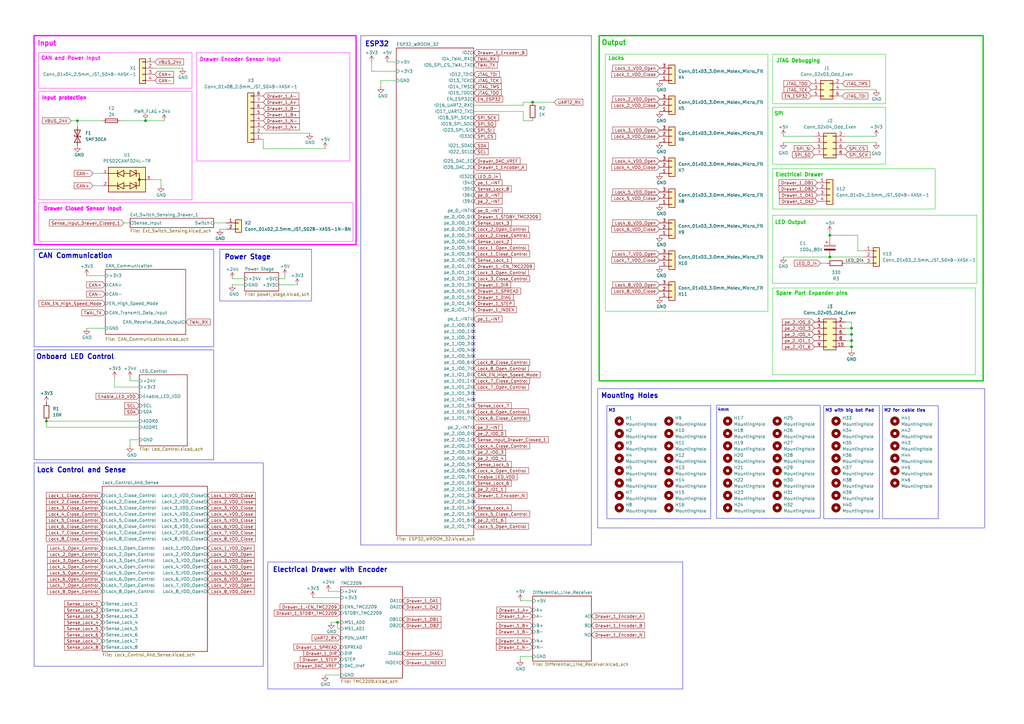
<source format=kicad_sch>
(kicad_sch (version 20231120) (generator "eeschema") (generator_version "8.0")
  (paper "A3")
  (junction (at 340.36 105.41))
  (junction (at 349.25 134.62))
  (junction (at 59.69 49.53))
  (junction (at 349.25 139.7))
  (junction (at 19.05 172.72))
  (junction (at 138.43 255.27))
  (junction (at 349.25 137.16))
  (junction (at 349.25 142.24))
  (junction (at 218.44 41.91))
  (junction (at 31.75 49.53))
  (junction (at 340.36 96.52))
  (no_connect (at 194.31 205.74))
  (no_connect (at 194.31 135.89))
  (no_connect (at 194.31 161.29))
  (no_connect (at 194.31 133.35))
  (no_connect (at 194.31 163.83))
  (no_connect (at 194.31 138.43))
  (no_connect (at 194.31 140.97))
  (no_connect (at 194.31 146.05))
  (no_connect (at 194.31 143.51))
  (wire (pts (xy 349.25 139.7) (xy 346.71 139.7)))
  (wire (pts (xy 349.25 132.08) (xy 346.71 132.08)))
  (wire (pts (xy 321.31 58.42) (xy 334.01 58.42)))
  (wire (pts (xy 87.63 91.44) (xy 92.71 91.44)))
  (wire (pts (xy 214.63 43.18) (xy 214.63 41.91)))
  (wire (pts (xy 38.1 76.2) (xy 41.91 76.2)))
  (wire (pts (xy 213.36 269.24) (xy 213.36 270.51)))
  (wire (pts (xy 139.7 255.27) (xy 138.43 255.27)))
  (wire (pts (xy 66.04 73.66) (xy 66.04 76.2)))
  (wire (pts (xy 95.25 116.84) (xy 100.33 116.84)))
  (wire (pts (xy 107.95 60.96) (xy 107.95 57.15)))
  (wire (pts (xy 62.23 73.66) (xy 66.04 73.66)))
  (wire (pts (xy 46.99 158.75) (xy 46.99 154.94)))
  (wire (pts (xy 134.62 242.57) (xy 139.7 242.57)))
  (wire (pts (xy 152.4 29.21) (xy 162.56 29.21)))
  (wire (pts (xy 31.75 49.53) (xy 41.91 49.53)))
  (wire (pts (xy 67.31 49.53) (xy 59.69 49.53)))
  (wire (pts (xy 139.7 276.86) (xy 133.35 276.86)))
  (wire (pts (xy 346.71 55.88) (xy 359.41 55.88)))
  (wire (pts (xy 349.25 143.51) (xy 349.25 142.24)))
  (wire (pts (xy 63.5 27.94) (xy 74.93 27.94)))
  (wire (pts (xy 340.36 95.25) (xy 340.36 96.52)))
  (wire (pts (xy 158.75 25.4) (xy 162.56 25.4)))
  (wire (pts (xy 128.27 245.11) (xy 139.7 245.11)))
  (wire (pts (xy 50.8 91.44) (xy 53.34 91.44)))
  (wire (pts (xy 53.34 182.88) (xy 53.34 180.34)))
  (wire (pts (xy 38.1 71.12) (xy 41.91 71.12)))
  (wire (pts (xy 53.34 156.21) (xy 57.15 156.21)))
  (wire (pts (xy 346.71 142.24) (xy 349.25 142.24)))
  (wire (pts (xy 340.36 105.41) (xy 354.33 105.41)))
  (wire (pts (xy 345.44 36.83) (xy 359.41 36.83)))
  (wire (pts (xy 31.75 49.53) (xy 31.75 52.07)))
  (wire (pts (xy 218.44 269.24) (xy 213.36 269.24)))
  (wire (pts (xy 135.89 255.27) (xy 138.43 255.27)))
  (wire (pts (xy 351.79 96.52) (xy 351.79 102.87)))
  (wire (pts (xy 340.36 96.52) (xy 351.79 96.52)))
  (wire (pts (xy 340.36 96.52) (xy 340.36 97.79)))
  (wire (pts (xy 35.56 113.03) (xy 43.18 113.03)))
  (wire (pts (xy 321.31 105.41) (xy 340.36 105.41)))
  (wire (pts (xy 114.3 114.3) (xy 116.84 114.3)))
  (wire (pts (xy 116.84 114.3) (xy 116.84 113.03)))
  (wire (pts (xy 156.21 33.02) (xy 156.21 35.56)))
  (wire (pts (xy 57.15 158.75) (xy 46.99 158.75)))
  (wire (pts (xy 90.17 93.98) (xy 92.71 93.98)))
  (wire (pts (xy 194.31 45.72) (xy 214.63 45.72)))
  (wire (pts (xy 138.43 255.27) (xy 138.43 257.81)))
  (wire (pts (xy 336.55 107.95) (xy 339.09 107.95)))
  (wire (pts (xy 213.36 246.38) (xy 218.44 246.38)))
  (wire (pts (xy 346.71 107.95) (xy 354.33 107.95)))
  (wire (pts (xy 214.63 49.53) (xy 218.44 49.53)))
  (wire (pts (xy 349.25 142.24) (xy 349.25 139.7)))
  (wire (pts (xy 346.71 58.42) (xy 359.41 58.42)))
  (wire (pts (xy 35.56 134.62) (xy 43.18 134.62)))
  (wire (pts (xy 49.53 49.53) (xy 59.69 49.53)))
  (wire (pts (xy 214.63 45.72) (xy 214.63 49.53)))
  (wire (pts (xy 152.4 25.4) (xy 152.4 29.21)))
  (wire (pts (xy 349.25 139.7) (xy 349.25 137.16)))
  (wire (pts (xy 19.05 172.72) (xy 57.15 172.72)))
  (wire (pts (xy 214.63 41.91) (xy 218.44 41.91)))
  (wire (pts (xy 114.3 116.84) (xy 121.92 116.84)))
  (wire (pts (xy 138.43 257.81) (xy 139.7 257.81)))
  (wire (pts (xy 349.25 134.62) (xy 349.25 132.08)))
  (wire (pts (xy 95.25 114.3) (xy 100.33 114.3)))
  (wire (pts (xy 346.71 134.62) (xy 349.25 134.62)))
  (wire (pts (xy 218.44 41.91) (xy 227.33 41.91)))
  (wire (pts (xy 29.21 49.53) (xy 31.75 49.53)))
  (wire (pts (xy 162.56 33.02) (xy 156.21 33.02)))
  (wire (pts (xy 107.95 60.96) (xy 133.35 60.96)))
  (wire (pts (xy 57.15 175.26) (xy 19.05 175.26)))
  (wire (pts (xy 349.25 137.16) (xy 349.25 134.62)))
  (wire (pts (xy 351.79 102.87) (xy 354.33 102.87)))
  (wire (pts (xy 53.34 154.94) (xy 53.34 156.21)))
  (wire (pts (xy 53.34 180.34) (xy 57.15 180.34)))
  (wire (pts (xy 349.25 137.16) (xy 346.71 137.16)))
  (wire (pts (xy 19.05 175.26) (xy 19.05 172.72)))
  (wire (pts (xy 321.31 55.88) (xy 334.01 55.88)))
  (wire (pts (xy 107.95 54.61) (xy 127 54.61)))
  (wire (pts (xy 194.31 43.18) (xy 214.63 43.18)))
  (rectangle (start 13.97 14.605) (end 146.05 100.33) (stroke (width 0.5) (color 255 0 255 1)))
  (rectangle (start 293.878 166.243) (end 336.423 212.598))
  (rectangle (start 316.865 118.11) (end 400.05 153.67) (stroke (width 0) (color 0 194 0 1)))
  (rectangle (start 13.97 189.865) (end 107.95 273.304))
  (rectangle (start 245.745 14.605) (end 403.225 156.21) (stroke (width 0.5) (color 0 194 0 1)))
  (rectangle (start 13.97 143.51) (end 87.63 188.595))
  (rectangle (start 316.865 88.265) (end 400.685 116.205) (stroke (width 0) (color 0 194 0 1)))
  (rectangle (start 147.955 14.605) (end 242.57 223.52))
  (rectangle (start 15.875 37.465) (end 78.74 81.915) (stroke (width 0) (color 255 0 255 1)))
  (rectangle (start 15.875 21.59) (end 78.74 36.195) (stroke (width 0) (color 255 0 255 1)))
  (rectangle (start 337.82 166.37) (end 360.68 212.725))
  (rectangle (start 80.645 21.59) (end 143.51 66.04) (stroke (width 0) (color 255 0 255 1)))
  (rectangle (start 248.92 166.37) (end 291.465 212.725))
  (rectangle (start 316.865 43.942) (end 363.22 67.31) (stroke (width 0) (color 0 194 0 1)))
  (rectangle (start 361.95 166.37) (end 384.81 212.725))
  (rectangle (start 90.17 102.235) (end 127.762 123.444))
  (rectangle (start 13.97 102.235) (end 87.63 142.24))
  (rectangle (start 245.11 159.385) (end 403.86 216.535))
  (rectangle (start 248.285 22.225) (end 314.96 127.635) (stroke (width 0) (color 0 194 0 1)))
  (rectangle (start 15.875 83.185) (end 144.78 99.06) (stroke (width 0) (color 255 0 255 1)))
  (rectangle (start 316.865 69.215) (end 383.54 85.725) (stroke (width 0) (color 0 194 0 1)))
  (rectangle (start 316.865 22.225) (end 363.22 42.545) (stroke (width 0) (color 0 194 0 1)))
  (rectangle (start 109.855 230.505) (end 280.035 282.575))
  (text "Lock Control and Sense" (at 14.986 194.056 0) (effects (font (size 2 2) (thickness 0.4) (bold yes)) (justify left bottom)))
  (text "Locks" (at 249.428 24.892 0) (effects (font (size 1.5 1.5) (bold yes)) (justify left bottom)))
  (text "Electrical Drawer" (at 318.008 72.644 0) (effects (font (size 1.5 1.5) (bold yes)) (justify left bottom)))
  (text "JTAG Debugging" (at 318.262 25.908 0) (effects (font (size 1.5 1.5) (bold yes)) (justify left bottom)))
  (text "CAN and Power Input" (at 16.764 24.892 0) (effects (font (size 1.5 1.5) (bold yes)) (justify left bottom)))
  (text "Output" (at 246.634 18.796 0) (effects (font (size 2 2) (thickness 0.4) (bold yes)) (justify left bottom)))
  (text "Electrical Drawer with Encoder" (at 111.76 234.95 0) (effects (font (size 2 2) (thickness 0.4) (bold yes)) (justify left bottom)))
  (text "Input\n" (at 15.24 19.05 0) (effects (font (size 2 2) (thickness 0.4) (bold yes)) (justify left bottom)))
  (text "LED Output" (at 317.754 92.202 0) (effects (font (size 1.5 1.5) (bold yes)) (justify left bottom)))
  (text "CAN Communication\n" (at 15.494 106.172 0) (effects (font (size 2 2) (thickness 0.4) (bold yes)) (justify left bottom)))
  (text "Input protection\n" (at 17.018 41.148 0) (effects (font (size 1.5 1.5) (thickness 0.4) (bold yes)) (justify left bottom)))
  (text "ESP32" (at 149.606 19.304 0) (effects (font (size 2 2) (thickness 0.4) (bold yes)) (justify left bottom)))
  (text "M2 for cable ties" (at 371.094 168.402 0) (effects (font (size 1.27 1.27) (thickness 0.254) (bold yes))))
  (text "Onboard LED Control" (at 14.732 147.574 0) (effects (font (size 2 2) (thickness 0.4) (bold yes)) (justify left bottom)))
  (text "Drawer Encoder Sensor Input" (at 81.788 25.4 0) (effects (font (size 1.5 1.5) (bold yes)) (justify left bottom)))
  (text "SPI" (at 317.5 47.625 0) (effects (font (size 1.5 1.5) (bold yes)) (justify left bottom)))
  (text "M3" (at 250.952 168.402 0) (effects (font (size 1.27 1.27) (thickness 0.254) (bold yes))))
  (text "M3 with big bot Pad" (at 348.488 168.402 0) (effects (font (size 1.27 1.27) (thickness 0.254) (bold yes))))
  (text "Mounting Holes" (at 246.38 163.576 0) (effects (font (size 2 2) (thickness 0.4) (bold yes)) (justify left bottom)))
  (text "Power Stage" (at 91.948 106.68 0) (effects (font (size 2 2) (thickness 0.4) (bold yes)) (justify left bottom)))
  (text "4mm" (at 296.672 168.148 0) (effects (font (size 1.27 1.27) (thickness 0.254) (bold yes))))
  (text "Spare Port Expander pins" (at 318.135 121.285 0) (effects (font (size 1.5 1.5) (bold yes)) (justify left bottom)))
  (text "Drawer Closed Sensor Input" (at 17.78 86.614 0) (effects (font (size 1.5 1.5) (thickness 0.4) (bold yes)) (justify left bottom)))
  (label "LED_Din" (at 346.71 107.95 0))
  (global_label "Drawer_1_Encoder_N" (shape input) (at 242.57 260.35 0) (property "Intersheetrefs" "${INTERSHEET_REFS}" (effects (hide yes))))
  (global_label "Lock_5_Open_Control" (shape input) (at 194.31 215.9 0) (property "Intersheetrefs" "${INTERSHEET_REFS}" (effects (hide yes))))
  (global_label "pe_2_IO0_4" (shape input) (at 334.01 137.16 180) (property "Intersheetrefs" "${INTERSHEET_REFS}" (effects (hide yes))))
  (global_label "Lock_7_Open_Control" (shape input) (at 41.91 240.03 180) (property "Intersheetrefs" "${INTERSHEET_REFS}" (effects (hide yes))))
  (global_label "Sense_Lock_5" (shape input) (at 194.31 190.5 0) (property "Intersheetrefs" "${INTERSHEET_REFS}" (effects (hide yes))))
  (global_label "Drawer_1_~EN_TMC2209" (shape input) (at 194.31 109.22 0) (property "Intersheetrefs" "${INTERSHEET_REFS}" (effects (hide yes))))
  (global_label "Lock_5_VDD_Open" (shape input) (at 85.09 234.95 0) (property "Intersheetrefs" "${INTERSHEET_REFS}" (effects (hide yes))))
  (global_label "Lock_6_VDD_Open" (shape input) (at 85.09 237.49 0) (property "Intersheetrefs" "${INTERSHEET_REFS}" (effects (hide yes))))
  (global_label "Drawer_1_B+" (shape input) (at 218.44 256.54 180) (property "Intersheetrefs" "${INTERSHEET_REFS}" (effects (hide yes))))
  (global_label "Lock_5_VDD_Close" (shape input) (at 85.09 213.36 0) (property "Intersheetrefs" "${INTERSHEET_REFS}" (effects (hide yes))))
  (global_label "Sense_Lock_7" (shape input) (at 194.31 166.37 0) (property "Intersheetrefs" "${INTERSHEET_REFS}" (effects (hide yes))))
  (global_label "JTAG_TCK" (shape input) (at 194.31 33.02 0) (property "Intersheetrefs" "${INTERSHEET_REFS}" (effects (hide yes))))
  (global_label "Sense_Lock_4" (shape input) (at 194.31 208.28 0) (property "Intersheetrefs" "${INTERSHEET_REFS}" (effects (hide yes))))
  (global_label "Lock_8_Close_Control" (shape input) (at 194.31 148.59 0) (property "Intersheetrefs" "${INTERSHEET_REFS}" (effects (hide yes))))
  (global_label "Drawer_1_B+" (shape input) (at 107.95 46.99 0) (property "Intersheetrefs" "${INTERSHEET_REFS}" (effects (hide yes))))
  (global_label "Drawer_1_Encoder_A" (shape input) (at 194.31 68.58 0) (property "Intersheetrefs" "${INTERSHEET_REFS}" (effects (hide yes))))
  (global_label "pe_2_IO1_6" (shape input) (at 194.31 213.36 0) (property "Intersheetrefs" "${INTERSHEET_REFS}" (effects (hide yes))))
  (global_label "Lock_3_VDD_Close" (shape input) (at 270.51 55.88 180) (property "Intersheetrefs" "${INTERSHEET_REFS}" (effects (hide yes))))
  (global_label "EN_ESP32" (shape input) (at 194.31 40.64 0) (property "Intersheetrefs" "${INTERSHEET_REFS}" (effects (hide yes))))
  (global_label "SDA" (shape input) (at 194.31 59.69 0) (property "Intersheetrefs" "${INTERSHEET_REFS}" (effects (hide yes))))
  (global_label "pe_1_~INT" (shape input) (at 194.31 74.93 0) (property "Intersheetrefs" "${INTERSHEET_REFS}" (effects (hide yes))))
  (global_label "Lock_7_Close_Control" (shape input) (at 194.31 156.21 0) (property "Intersheetrefs" "${INTERSHEET_REFS}" (effects (hide yes))))
  (global_label "pe_2_IO1_6" (shape input) (at 334.01 142.24 180) (property "Intersheetrefs" "${INTERSHEET_REFS}" (effects (hide yes))))
  (global_label "Lock_8_VDD_Open" (shape input) (at 270.51 116.84 180) (property "Intersheetrefs" "${INTERSHEET_REFS}" (effects (hide yes))))
  (global_label "Drawer_DAC_VREF" (shape input) (at 194.31 66.04 0) (property "Intersheetrefs" "${INTERSHEET_REFS}" (effects (hide yes))))
  (global_label "Drawer_1_INDEX" (shape input) (at 165.1 271.78 0) (property "Intersheetrefs" "${INTERSHEET_REFS}" (effects (hide yes))))
  (global_label "Lock_1_Close_Control" (shape input) (at 41.91 203.2 180) (property "Intersheetrefs" "${INTERSHEET_REFS}" (effects (hide yes))))
  (global_label "JTAG_TDI" (shape input) (at 345.44 39.37 0) (property "Intersheetrefs" "${INTERSHEET_REFS}" (effects (hide yes))))
  (global_label "Drawer_1_STEP" (shape input) (at 194.31 124.46 0) (property "Intersheetrefs" "${INTERSHEET_REFS}" (effects (hide yes))))
  (global_label "Drawer_1_STDBY_TMC2209" (shape input) (at 194.31 88.9 0) (property "Intersheetrefs" "${INTERSHEET_REFS}" (effects (hide yes))))
  (global_label "Drawer_1_N-" (shape input) (at 107.95 49.53 0) (property "Intersheetrefs" "${INTERSHEET_REFS}" (effects (hide yes))))
  (global_label "pe_0_~INT" (shape input) (at 194.31 86.36 0) (property "Intersheetrefs" "${INTERSHEET_REFS}" (effects (hide yes))))
  (global_label "CAN_EN_High_Speed_Mode" (shape input) (at 194.31 153.67 0) (property "Intersheetrefs" "${INTERSHEET_REFS}" (effects (hide yes))))
  (global_label "Lock_1_Open_Control" (shape input) (at 194.31 101.6 0) (property "Intersheetrefs" "${INTERSHEET_REFS}" (effects (hide yes))))
  (global_label "UART2_RX" (shape input) (at 227.33 41.91 0) (property "Intersheetrefs" "${INTERSHEET_REFS}" (effects (hide yes))))
  (global_label "Lock_4_Close_Control" (shape input) (at 194.31 182.88 0) (property "Intersheetrefs" "${INTERSHEET_REFS}" (effects (hide yes))))
  (global_label "Drawer_1_N+" (shape input) (at 218.44 262.89 180) (property "Intersheetrefs" "${INTERSHEET_REFS}" (effects (hide yes))))
  (global_label "JTAG_TDO" (shape input) (at 194.31 38.1 0) (property "Intersheetrefs" "${INTERSHEET_REFS}" (effects (hide yes))))
  (global_label "Lock_7_VDD_Close" (shape input) (at 270.51 106.68 180) (property "Intersheetrefs" "${INTERSHEET_REFS}" (effects (hide yes))))
  (global_label "pe_2_IO1_1" (shape input) (at 194.31 200.66 0) (property "Intersheetrefs" "${INTERSHEET_REFS}" (effects (hide yes))))
  (global_label "Drawer_1_Encoder_B" (shape input) (at 194.31 21.59 0) (property "Intersheetrefs" "${INTERSHEET_REFS}" (effects (hide yes))))
  (global_label "Enable_LED_VDD" (shape input) (at 194.31 195.58 0) (property "Intersheetrefs" "${INTERSHEET_REFS}" (effects (hide yes))))
  (global_label "Lock_1_VDD_Close" (shape input) (at 85.09 203.2 0) (property "Intersheetrefs" "${INTERSHEET_REFS}" (effects (hide yes))))
  (global_label "Lock_5_Close_Control" (shape input) (at 41.91 213.36 180) (property "Intersheetrefs" "${INTERSHEET_REFS}" (effects (hide yes))))
  (global_label "Lock_1_Open_Control" (shape input) (at 41.91 224.79 180) (property "Intersheetrefs" "${INTERSHEET_REFS}" (effects (hide yes))))
  (global_label "Lock_3_VDD_Open" (shape input) (at 270.51 53.34 180) (property "Intersheetrefs" "${INTERSHEET_REFS}" (effects (hide yes))))
  (global_label "Lock_2_Close_Control" (shape input) (at 194.31 96.52 0) (property "Intersheetrefs" "${INTERSHEET_REFS}" (effects (hide yes))))
  (global_label "Sense_Lock_2" (shape input) (at 41.91 250.19 180) (property "Intersheetrefs" "${INTERSHEET_REFS}" (effects (hide yes))))
  (global_label "Lock_6_Open_Control" (shape input) (at 41.91 237.49 180) (property "Intersheetrefs" "${INTERSHEET_REFS}" (effects (hide yes))))
  (global_label "SPI_SI" (shape input) (at 334.01 60.96 180) (property "Intersheetrefs" "${INTERSHEET_REFS}" (effects (hide yes))))
  (global_label "Lock_1_VDD_Open" (shape input) (at 270.51 27.94 180) (property "Intersheetrefs" "${INTERSHEET_REFS}" (effects (hide yes))))
  (global_label "Lock_3_Close_Control" (shape input) (at 194.31 114.3 0) (property "Intersheetrefs" "${INTERSHEET_REFS}" (effects (hide yes))))
  (global_label "VBUS_24V" (shape input) (at 63.5 25.4 0) (property "Intersheetrefs" "${INTERSHEET_REFS}" (effects (hide yes))))
  (global_label "Sense_Lock_3" (shape input) (at 194.31 91.44 0) (property "Intersheetrefs" "${INTERSHEET_REFS}" (effects (hide yes))))
  (global_label "Drawer_1_STEP" (shape input) (at 139.7 270.51 180) (property "Intersheetrefs" "${INTERSHEET_REFS}" (effects (hide yes))))
  (global_label "Drawer_1_OB2" (shape input) (at 165.1 256.54 0) (property "Intersheetrefs" "${INTERSHEET_REFS}" (effects (hide yes))))
  (global_label "Enable_LED_VDD" (shape input) (at 57.15 162.56 180) (property "Intersheetrefs" "${INTERSHEET_REFS}" (effects (hide yes))))
  (global_label "Sense_Lock_6" (shape input) (at 41.91 260.35 180) (property "Intersheetrefs" "${INTERSHEET_REFS}" (effects (hide yes))))
  (global_label "Lock_2_VDD_Open" (shape input) (at 270.51 40.64 180) (property "Intersheetrefs" "${INTERSHEET_REFS}" (effects (hide yes))))
  (global_label "Lock_5_Open_Control" (shape input) (at 41.91 234.95 180) (property "Intersheetrefs" "${INTERSHEET_REFS}" (effects (hide yes))))
  (global_label "SCL" (shape input) (at 194.31 62.23 0) (property "Intersheetrefs" "${INTERSHEET_REFS}" (effects (hide yes))))
  (global_label "CAN-" (shape input) (at 38.1 71.12 180) (property "Intersheetrefs" "${INTERSHEET_REFS}" (effects (hide yes))))
  (global_label "Drawer_1_Encoder_B" (shape input) (at 242.57 256.54 0) (property "Intersheetrefs" "${INTERSHEET_REFS}" (effects (hide yes))))
  (global_label "Lock_6_Open_Control" (shape input) (at 194.31 168.91 0) (property "Intersheetrefs" "${INTERSHEET_REFS}" (effects (hide yes))))
  (global_label "Lock_2_VDD_Close" (shape input) (at 270.51 43.18 180) (property "Intersheetrefs" "${INTERSHEET_REFS}" (effects (hide yes))))
  (global_label "pe_2_IO0_3" (shape input) (at 194.31 185.42 0) (property "Intersheetrefs" "${INTERSHEET_REFS}" (effects (hide yes))))
  (global_label "Drawer_1_OB1" (shape input) (at 165.1 254 0) (property "Intersheetrefs" "${INTERSHEET_REFS}" (effects (hide yes))))
  (global_label "Drawer_1_STDBY_TMC2209" (shape input) (at 139.7 251.46 180) (property "Intersheetrefs" "${INTERSHEET_REFS}" (effects (hide yes))))
  (global_label "Lock_1_VDD_Open" (shape input) (at 85.09 224.79 0) (property "Intersheetrefs" "${INTERSHEET_REFS}" (effects (hide yes))))
  (global_label "Lock_8_VDD_Close" (shape input) (at 85.09 220.98 0) (property "Intersheetrefs" "${INTERSHEET_REFS}" (effects (hide yes))))
  (global_label "pe_2_IO0_0" (shape input) (at 194.31 177.8 0) (property "Intersheetrefs" "${INTERSHEET_REFS}" (effects (hide yes))))
  (global_label "JTAG_TMS" (shape input) (at 194.31 35.56 0) (property "Intersheetrefs" "${INTERSHEET_REFS}" (effects (hide yes))))
  (global_label "Lock_3_Open_Control" (shape input) (at 194.31 111.76 0) (property "Intersheetrefs" "${INTERSHEET_REFS}" (effects (hide yes))))
  (global_label "Drawer_DAC_VREF" (shape input) (at 139.7 273.05 180) (property "Intersheetrefs" "${INTERSHEET_REFS}" (effects (hide yes))))
  (global_label "VBUS_24V" (shape input) (at 29.21 49.53 180) (property "Intersheetrefs" "${INTERSHEET_REFS}" (effects (hide yes))))
  (global_label "Lock_3_Close_Control" (shape input) (at 41.91 208.28 180) (property "Intersheetrefs" "${INTERSHEET_REFS}" (effects (hide yes))))
  (global_label "Lock_2_VDD_Close" (shape input) (at 85.09 205.74 0) (property "Intersheetrefs" "${INTERSHEET_REFS}" (effects (hide yes))))
  (global_label "Sense_Input_Drawer_Closed_1" (shape input) (at 50.8 91.44 180) (property "Intersheetrefs" "${INTERSHEET_REFS}" (effects (hide yes))))
  (global_label "Lock_4_VDD_Open" (shape input) (at 270.51 66.04 180) (property "Intersheetrefs" "${INTERSHEET_REFS}" (effects (hide yes))))
  (global_label "Sense_Lock_6" (shape input) (at 194.31 198.12 0) (property "Intersheetrefs" "${INTERSHEET_REFS}" (effects (hide yes))))
  (global_label "Drawer_1_OB2" (shape input) (at 335.28 77.47 180) (property "Intersheetrefs" "${INTERSHEET_REFS}" (effects (hide yes))))
  (global_label "SPI_SO" (shape input) (at 194.31 50.8 0) (property "Intersheetrefs" "${INTERSHEET_REFS}" (effects (hide yes))))
  (global_label "pe_2_IO1_1" (shape input) (at 334.01 139.7 180) (property "Intersheetrefs" "${INTERSHEET_REFS}" (effects (hide yes))))
  (global_label "Lock_5_Close_Control" (shape input) (at 194.31 210.82 0) (property "Intersheetrefs" "${INTERSHEET_REFS}" (effects (hide yes))))
  (global_label "Lock_3_Open_Control" (shape input) (at 41.91 229.87 180) (property "Intersheetrefs" "${INTERSHEET_REFS}" (effects (hide yes))))
  (global_label "pe_1_~INT" (shape input) (at 194.31 130.81 0) (property "Intersheetrefs" "${INTERSHEET_REFS}" (effects (hide yes))))
  (global_label "SCL" (shape input) (at 57.15 166.37 180) (property "Intersheetrefs" "${INTERSHEET_REFS}" (effects (hide yes))))
  (global_label "CAN-" (shape input) (at 63.5 33.02 0) (property "Intersheetrefs" "${INTERSHEET_REFS}" (effects (hide yes))))
  (global_label "Lock_1_VDD_Close" (shape input) (at 270.51 30.48 180) (property "Intersheetrefs" "${INTERSHEET_REFS}" (effects (hide yes))))
  (global_label "Lock_6_VDD_Close" (shape input) (at 85.09 215.9 0) (property "Intersheetrefs" "${INTERSHEET_REFS}" (effects (hide yes))))
  (global_label "Drawer_1_N-" (shape input) (at 218.44 265.43 180) (property "Intersheetrefs" "${INTERSHEET_REFS}" (effects (hide yes))))
  (global_label "Drawer_1_~EN_TMC2209" (shape input) (at 139.7 248.92 180) (property "Intersheetrefs" "${INTERSHEET_REFS}" (effects (hide yes))))
  (global_label "SPI_CS" (shape input) (at 346.71 60.96 0) (property "Intersheetrefs" "${INTERSHEET_REFS}" (effects (hide yes))))
  (global_label "pe_0_~INT" (shape input) (at 194.31 80.01 0) (property "Intersheetrefs" "${INTERSHEET_REFS}" (effects (hide yes))))
  (global_label "Drawer_1_DIAG" (shape input) (at 165.1 267.97 0) (property "Intersheetrefs" "${INTERSHEET_REFS}" (effects (hide yes))))
  (global_label "Lock_3_VDD_Open" (shape input) (at 85.09 229.87 0) (property "Intersheetrefs" "${INTERSHEET_REFS}" (effects (hide yes))))
  (global_label "Sense_Lock_8" (shape input) (at 41.91 265.43 180) (property "Intersheetrefs" "${INTERSHEET_REFS}" (effects (hide yes))))
  (global_label "Lock_6_VDD_Open" (shape input) (at 270.51 91.44 180) (property "Intersheetrefs" "${INTERSHEET_REFS}" (effects (hide yes))))
  (global_label "Drawer_1_A-" (shape input) (at 107.95 39.37 0) (property "Intersheetrefs" "${INTERSHEET_REFS}" (effects (hide yes))))
  (global_label "EN_ESP32" (shape input) (at 332.74 39.37 180) (property "Intersheetrefs" "${INTERSHEET_REFS}" (effects (hide yes))))
  (global_label "JTAG_TCK" (shape input) (at 332.74 36.83 180) (property "Intersheetrefs" "${INTERSHEET_REFS}" (effects (hide yes))))
  (global_label "LED_D_in" (shape input) (at 194.31 72.39 0) (property "Intersheetrefs" "${INTERSHEET_REFS}" (effects (hide yes))))
  (global_label "pe_2_~INT" (shape input) (at 194.31 175.26 0) (property "Intersheetrefs" "${INTERSHEET_REFS}" (effects (hide yes))))
  (global_label "Lock_7_VDD_Close" (shape input) (at 85.09 218.44 0) (property "Intersheetrefs" "${INTERSHEET_REFS}" (effects (hide yes))))
  (global_label "Lock_2_VDD_Open" (shape input) (at 85.09 227.33 0) (property "Intersheetrefs" "${INTERSHEET_REFS}" (effects (hide yes))))
  (global_label "Drawer_1_OA1" (shape input) (at 165.1 246.38 0) (property "Intersheetrefs" "${INTERSHEET_REFS}" (effects (hide yes))))
  (global_label "Sense_Lock_8" (shape input) (at 194.31 77.47 0) (property "Intersheetrefs" "${INTERSHEET_REFS}" (effects (hide yes))))
  (global_label "CAN+" (shape input) (at 38.1 76.2 180) (property "Intersheetrefs" "${INTERSHEET_REFS}" (effects (hide yes))))
  (global_label "TWAI_TX" (shape input) (at 43.18 128.27 180) (property "Intersheetrefs" "${INTERSHEET_REFS}" (effects (hide yes))))
  (global_label "Lock_7_VDD_Open" (shape input) (at 270.51 104.14 180) (property "Intersheetrefs" "${INTERSHEET_REFS}" (effects (hide yes))))
  (global_label "CAN+" (shape input) (at 43.18 116.84 180) (property "Intersheetrefs" "${INTERSHEET_REFS}" (effects (hide yes))))
  (global_label "Drawer_1_DIR" (shape input) (at 194.31 116.84 0) (property "Intersheetrefs" "${INTERSHEET_REFS}" (effects (hide yes))))
  (global_label "Sense_Lock_1" (shape input) (at 194.31 106.68 0) (property "Intersheetrefs" "${INTERSHEET_REFS}" (effects (hide yes))))
  (global_label "Lock_4_VDD_Close" (shape input) (at 270.51 68.58 180) (property "Intersheetrefs" "${INTERSHEET_REFS}" (effects (hide yes))))
  (global_label "Lock_5_VDD_Open" (shape input) (at 270.51 78.74 180) (property "Intersheetrefs" "${INTERSHEET_REFS}" (effects (hide yes))))
  (global_label "Lock_4_VDD_Open" (shape input) (at 85.09 232.41 0) (property "Intersheetrefs" "${INTERSHEET_REFS}" (effects (hide yes))))
  (global_label "Drawer_1_A-" (shape input) (at 218.44 252.73 180) (property "Intersheetrefs" "${INTERSHEET_REFS}" (effects (hide yes))))
  (global_label "Lock_2_Open_Control" (shape input) (at 41.91 227.33 180) (property "Intersheetrefs" "${INTERSHEET_REFS}" (effects (hide yes))))
  (global_label "CAN+" (shape input) (at 63.5 30.48 0) (property "Intersheetrefs" "${INTERSHEET_REFS}" (effects (hide yes))))
  (global_label "JTAG_TDO" (shape input) (at 332.74 34.29 180) (property "Intersheetrefs" "${INTERSHEET_REFS}" (effects (hide yes))))
  (global_label "Lock_3_VDD_Close" (shape input) (at 85.09 208.28 0) (property "Intersheetrefs" "${INTERSHEET_REFS}" (effects (hide yes))))
  (global_label "TWAI_TX" (shape input) (at 194.31 26.67 0) (property "Intersheetrefs" "${INTERSHEET_REFS}" (effects (hide yes))))
  (global_label "Lock_8_VDD_Close" (shape input) (at 270.51 119.38 180) (property "Intersheetrefs" "${INTERSHEET_REFS}" (effects (hide yes))))
  (global_label "Lock_2_Open_Control" (shape input) (at 194.31 93.98 0) (property "Intersheetrefs" "${INTERSHEET_REFS}" (effects (hide yes))))
  (global_label "pe_2_IO0_0" (shape input) (at 334.01 132.08 180) (property "Intersheetrefs" "${INTERSHEET_REFS}" (effects (hide yes))))
  (global_label "Drawer_1_DIR" (shape input) (at 139.7 267.97 180) (property "Intersheetrefs" "${INTERSHEET_REFS}" (effects (hide yes))))
  (global_label "Lock_7_VDD_Open" (shape input) (at 85.09 240.03 0) (property "Intersheetrefs" "${INTERSHEET_REFS}" (effects (hide yes))))
  (global_label "Drawer_1_Encoder_A" (shape input) (at 242.57 252.73 0) (property "Intersheetrefs" "${INTERSHEET_REFS}" (effects (hide yes))))
  (global_label "Lock_8_Close_Control" (shape input) (at 41.91 220.98 180) (property "Intersheetrefs" "${INTERSHEET_REFS}" (effects (hide yes))))
  (global_label "Drawer_1_Encoder_N" (shape input) (at 194.31 203.2 0) (property "Intersheetrefs" "${INTERSHEET_REFS}" (effects (hide yes))))
  (global_label "Sense_Lock_7" (shape input) (at 41.91 262.89 180) (property "Intersheetrefs" "${INTERSHEET_REFS}" (effects (hide yes))))
  (global_label "pe_2_IO0_3" (shape input) (at 334.01 134.62 180) (property "Intersheetrefs" "${INTERSHEET_REFS}" (effects (hide yes))))
  (global_label "pe_2_~INT" (shape input) (at 194.31 82.55 0) (property "Intersheetrefs" "${INTERSHEET_REFS}" (effects (hide yes))))
  (global_label "Lock_7_Close_Control" (shape input) (at 41.91 218.44 180) (property "Intersheetrefs" "${INTERSHEET_REFS}" (effects (hide yes))))
  (global_label "Sense_Lock_2" (shape input) (at 194.31 99.06 0) (property "Intersheetrefs" "${INTERSHEET_REFS}" (effects (hide yes))))
  (global_label "Sense_Lock_1" (shape input) (at 41.91 247.65 180) (property "Intersheetrefs" "${INTERSHEET_REFS}" (effects (hide yes))))
  (global_label "Drawer_1_OA2" (shape input) (at 335.28 82.55 180) (property "Intersheetrefs" "${INTERSHEET_REFS}" (effects (hide yes))))
  (global_label "Drawer_1_N+" (shape input) (at 107.95 52.07 0) (property "Intersheetrefs" "${INTERSHEET_REFS}" (effects (hide yes))))
  (global_label "Drawer_1_OB1" (shape input) (at 335.28 74.93 180) (property "Intersheetrefs" "${INTERSHEET_REFS}" (effects (hide yes))))
  (global_label "SPI_SO" (shape input) (at 334.01 63.5 180) (property "Intersheetrefs" "${INTERSHEET_REFS}" (effects (hide yes))))
  (global_label "Lock_6_VDD_Close" (shape input) (at 270.51 93.98 180) (property "Intersheetrefs" "${INTERSHEET_REFS}" (effects (hide yes))))
  (global_label "JTAG_TMS" (shape input) (at 345.44 34.29 0) (property "Intersheetrefs" "${INTERSHEET_REFS}" (effects (hide yes))))
  (global_label "Lock_8_VDD_Open" (shape input) (at 85.09 242.57 0) (property "Intersheetrefs" "${INTERSHEET_REFS}" (effects (hide yes))))
  (global_label "LED_D_in" (shape input) (at 336.55 107.95 180) (property "Intersheetrefs" "${INTERSHEET_REFS}" (effects (hide yes))))
  (global_label "JTAG_TDI" (shape input) (at 194.31 30.48 0) (property "Intersheetrefs" "${INTERSHEET_REFS}" (effects (hide yes))))
  (global_label "SPI_SI" (shape input) (at 194.31 53.34 0) (property "Intersheetrefs" "${INTERSHEET_REFS}" (effects (hide yes))))
  (global_label "Lock_8_Open_Control" (shape input) (at 194.31 151.13 0) (property "Intersheetrefs" "${INTERSHEET_REFS}" (effects (hide yes))))
  (global_label "SPI_CS" (shape input) (at 194.31 55.88 0) (property "Intersheetrefs" "${INTERSHEET_REFS}" (effects (hide yes))))
  (global_label "Lock_8_Open_Control" (shape input) (at 41.91 242.57 180) (property "Intersheetrefs" "${INTERSHEET_REFS}" (effects (hide yes))))
  (global_label "SPI_SCK" (shape input) (at 346.71 63.5 0) (property "Intersheetrefs" "${INTERSHEET_REFS}" (effects (hide yes))))
  (global_label "Lock_7_Open_Control" (shape input) (at 194.31 158.75 0) (property "Intersheetrefs" "${INTERSHEET_REFS}" (effects (hide yes))))
  (global_label "Drawer_1_SPREAD" (shape input) (at 194.31 119.38 0) (property "Intersheetrefs" "${INTERSHEET_REFS}" (effects (hide yes))))
  (global_label "Lock_4_Close_Control" (shape input) (at 41.91 210.82 180) (property "Intersheetrefs" "${INTERSHEET_REFS}" (effects (hide yes))))
  (global_label "CAN_EN_High_Speed_Mode" (shape input) (at 43.18 124.46 180) (property "Intersheetrefs" "${INTERSHEET_REFS}" (effects (hide yes))))
  (global_label "Drawer_1_B-" (shape input) (at 218.44 259.08 180) (property "Intersheetrefs" "${INTERSHEET_REFS}" (effects (hide yes))))
  (global_label "Drawer_1_B-" (shape input) (at 107.95 44.45 0) (property "Intersheetrefs" "${INTERSHEET_REFS}" (effects (hide yes))))
  (global_label "SPI_SCK" (shape input) (at 194.31 48.26 0) (property "Intersheetrefs" "${INTERSHEET_REFS}" (effects (hide yes))))
  (global_label "Lock_6_Close_Control" (shape input) (at 41.91 215.9 180) (property "Intersheetrefs" "${INTERSHEET_REFS}" (effects (hide yes))))
  (global_label "Lock_2_Close_Control" (shape input) (at 41.91 205.74 180) (property "Intersheetrefs" "${INTERSHEET_REFS}" (effects (hide yes))))
  (global_label "TWAI_RX" (shape input) (at 194.31 24.13 0) (property "Intersheetrefs" "${INTERSHEET_REFS}" (effects (hide yes))))
  (global_label "Lock_4_VDD_Close" (shape input) (at 85.09 210.82 0) (property "Intersheetrefs" "${INTERSHEET_REFS}" (effects (hide yes))))
  (global_label "Lock_4_Open_Control" (shape input) (at 194.31 193.04 0) (property "Intersheetrefs" "${INTERSHEET_REFS}" (effects (hide yes))))
  (global_label "Sense_Lock_5" (shape input) (at 41.91 257.81 180) (property "Intersheetrefs" "${INTERSHEET_REFS}" (effects (hide yes))))
  (global_label "Lock_1_Close_Control" (shape input) (at 194.31 104.14 0) (property "Intersheetrefs" "${INTERSHEET_REFS}" (effects (hide yes))))
  (global_label "Drawer_1_A+" (shape input) (at 218.44 250.19 180) (property "Intersheetrefs" "${INTERSHEET_REFS}" (effects (hide yes))))
  (global_label "pe_2_IO0_4" (shape input) (at 194.31 187.96 0) (property "Intersheetrefs" "${INTERSHEET_REFS}" (effects (hide yes))))
  (global_label "Lock_4_Open_Control" (shape input) (at 41.91 232.41 180) (property "Intersheetrefs" "${INTERSHEET_REFS}" (effects (hide yes))))
  (global_label "Sense_Input_Drawer_Closed_1" (shape input) (at 194.31 180.34 0) (property "Intersheetrefs" "${INTERSHEET_REFS}" (effects (hide yes))))
  (global_label "Drawer_1_DIAG" (shape input) (at 194.31 121.92 0) (property "Intersheetrefs" "${INTERSHEET_REFS}" (effects (hide yes))))
  (global_label "Lock_5_VDD_Close" (shape input) (at 270.51 81.28 180) (property "Intersheetrefs" "${INTERSHEET_REFS}" (effects (hide yes))))
  (global_label "UART2_RX" (shape input) (at 139.7 261.62 180) (property "Intersheetrefs" "${INTERSHEET_REFS}" (effects (hide yes))))
  (global_label "Lock_6_Close_Control" (shape input) (at 194.31 171.45 0) (property "Intersheetrefs" "${INTERSHEET_REFS}" (effects (hide yes))))
  (global_label "Drawer_1_OA1" (shape input) (at 335.28 80.01 180) (property "Intersheetrefs" "${INTERSHEET_REFS}" (effects (hide yes))))
  (global_label "Drawer_1_SPREAD" (shape input) (at 139.7 265.43 180) (property "Intersheetrefs" "${INTERSHEET_REFS}" (effects (hide yes))))
  (global_label "Sense_Lock_3" (shape input) (at 41.91 252.73 180) (property "Intersheetrefs" "${INTERSHEET_REFS}" (effects (hide yes))))
  (global_label "Drawer_1_OA2" (shape input) (at 165.1 248.92 0) (property "Intersheetrefs" "${INTERSHEET_REFS}" (effects (hide yes))))
  (global_label "Drawer_1_INDEX" (shape input) (at 194.31 127 0) (property "Intersheetrefs" "${INTERSHEET_REFS}" (effects (hide yes))))
  (global_label "SDA" (shape input) (at 57.15 168.91 180) (property "Intersheetrefs" "${INTERSHEET_REFS}" (effects (hide yes))))
  (global_label "Drawer_1_A+" (shape input) (at 107.95 41.91 0) (property "Intersheetrefs" "${INTERSHEET_REFS}" (effects (hide yes))))
  (global_label "TWAI_RX" (shape input) (at 76.2 132.08 0) (property "Intersheetrefs" "${INTERSHEET_REFS}" (effects (hide yes))))
  (global_label "Sense_Lock_4" (shape input) (at 41.91 255.27 180) (property "Intersheetrefs" "${INTERSHEET_REFS}" (effects (hide yes))))
  (global_label "CAN-" (shape input) (at 43.18 120.65 180) (property "Intersheetrefs" "${INTERSHEET_REFS}" (effects (hide yes))))
  (symbol (lib_id "Mechanical:MountingHole") (at 274.32 177.8 0) (unit 1) (in_bom no)
    (property "Reference" "H10" (at 276.86 176.5299 0) (effects (justify left)))
    (property "Value" "MountingHole" (at 276.86 179.0699 0) (effects (justify left)))
    (property "Footprint" "MountingHole:MountingHole_3.2mm_M3_DIN965_Pad_TopBottom" (effects (hide yes)))
    (property "Description" "Mounting Hole without connection" (effects (hide yes)))
  )
  (symbol (lib_id "_Connector_JST:Conn_01x04_2.5mm_JST_S04B-XASK-1") (at 340.36 77.47 0) (unit 1)
    (property "Reference" "X12" (at 342.9 77.4699 0) (effects (justify left)))
    (property "Value" "Conn_01x04_2.5mm_JST_S04B-XASK-1" (at 342.9 80.0099 0) (effects (justify left)))
    (property "Footprint" "Connector_JST:JST_XA_S04B-XASK-1_1x04_P2.50mm_Horizontal" (effects (hide yes)))
    (property "Datasheet" "https://wmsc.lcsc.com/wmsc/upload/file/pdf/v2/lcsc/2304140030_JST-S04B-XASK-1-LF-SN_C265097.pdf" (effects (hide yes)))
    (property "Description" "JST pin header (standard) XA total number of poles 4 Pitch: 2.50mm S04B-XASK-1 (LF)(SN)" (effects (hide yes)))
    (property "MF" "JST" (effects (hide yes)))
    (property "MPN" "S04B-XASK-1(LF)(SN)" (effects (hide yes)))
    (property "OC_CONRAD" "741407 - VQ" (effects (hide yes)))
    (property "OC_LCSC" "C265097" (effects (hide yes)))
    (property "OC_RS" "166-7451" (effects (hide yes)))
    (property "path_to_docs" "Connectors/JST/XA_Connector" (effects (hide yes)))
  )
  (symbol (lib_id "power:GND") (at 270.51 83.82 0) (unit 1)
    (property "Reference" "#PWR031" (effects (hide yes)))
    (property "Value" "GND" (at 269.24 87.63 0) (effects (justify left)))
    (property "Description" "Power symbol creates a global label with name \"GND\" , ground" (effects (hide yes)))
  )
  (symbol (lib_id "power:GND") (at 213.36 270.51 0) (unit 1)
    (property "Reference" "#PWR026" (effects (hide yes)))
    (property "Value" "GND" (at 211.455 274.32 0) (effects (justify left)))
    (property "Description" "Power symbol creates a global label with name \"GND\" , ground" (effects (hide yes)))
  )
  (symbol (lib_id "power:+5V") (at 321.31 55.88 0) (unit 1)
    (property "Reference" "#PWR035" (effects (hide yes)))
    (property "Value" "+5V" (at 321.31 52.07 0))
    (property "Description" "Power symbol creates a global label with name \"+5V\"" (effects (hide yes)))
  )
  (symbol (lib_id "Mechanical:MountingHole") (at 367.03 182.88 0) (unit 1) (in_bom no)
    (property "Reference" "H43" (at 369.57 181.6099 0) (effects (justify left)))
    (property "Value" "MountingHole" (at 369.57 184.1499 0) (effects (justify left)))
    (property "Footprint" "MountingHole:MountingHole_2.2mm_M2_DIN965_Pad_TopBottom" (effects (hide yes)))
    (property "Description" "Mounting Hole without connection" (effects (hide yes)))
  )
  (symbol (lib_id "_Connector_Molex:Conn_01x03_3.0mm_Molex_Micro_Fit") (at 275.59 43.18 0) (mirror x) (unit 1)
    (property "Reference" "X5" (at 278.13 44.4501 0) (effects (justify left)))
    (property "Value" "Conn_01x03_3.0mm_Molex_Micro_Fit" (at 278.13 41.9101 0) (effects (justify left)))
    (property "Footprint" "Connector_Molex:Molex_Micro-Fit_3.0_43650-0315_1x03_P3.00mm_Vertical" (effects (hide yes)))
    (property "Datasheet" "https://docs.rs-online.com/9031/0900766b813c3b99.pdf" (effects (hide yes)))
    (property "Description" "Molex Micro-Fit 3.0 Leiterplatten-Stiftleiste Gerade, 3-polig / 1-reihig, Raster 3.0mm, Kabel-Platine" (effects (hide yes)))
    (property "MF" "Molex" (effects (hide yes)))
    (property "MPN" "43650-0316" (effects (hide yes)))
    (property "OC_MOUSER" "538-43650-0316" (effects (hide yes)))
    (property "OC_RS" "670-4723" (effects (hide yes)))
    (property "path_to_docs" "Connectors/Molex/Micro-Fit" (effects (hide yes)))
  )
  (symbol (lib_id "power:GND") (at 270.51 109.22 0) (unit 1)
    (property "Reference" "#PWR033" (effects (hide yes)))
    (property "Value" "GND" (at 269.24 113.03 0) (effects (justify left)))
    (property "Description" "Power symbol creates a global label with name \"GND\" , ground" (effects (hide yes)))
  )
  (symbol (lib_id "_Connector_JST:Conn_01x04_2.5mm_JST_S04B-XASK-1") (at 58.42 27.94 0) (mirror y) (unit 1)
    (property "Reference" "X1" (at 55.88 27.9399 0) (effects (justify left)))
    (property "Value" "Conn_01x04_2.5mm_JST_S04B-XASK-1" (at 55.88 30.4799 0) (effects (justify left)))
    (property "Footprint" "Connector_JST:JST_XA_S04B-XASK-1_1x04_P2.50mm_Horizontal" (effects (hide yes)))
    (property "Datasheet" "https://wmsc.lcsc.com/wmsc/upload/file/pdf/v2/lcsc/2304140030_JST-S04B-XASK-1-LF-SN_C265097.pdf" (effects (hide yes)))
    (property "Description" "JST pin header (standard) XA total number of poles 4 Pitch: 2.50mm S04B-XASK-1 (LF)(SN)" (effects (hide yes)))
    (property "MF" "JST" (effects (hide yes)))
    (property "MPN" "S04B-XASK-1(LF)(SN)" (effects (hide yes)))
    (property "OC_CONRAD" "741407 - VQ" (effects (hide yes)))
    (property "OC_LCSC" "C265097" (effects (hide yes)))
    (property "OC_RS" "166-7451" (effects (hide yes)))
    (property "path_to_docs" "Connectors/JST/XA_Connector" (effects (hide yes)))
  )
  (symbol (lib_id "Mechanical:MountingHole") (at 254 182.88 0) (unit 1) (in_bom no)
    (property "Reference" "H3" (at 256.54 181.6099 0) (effects (justify left)))
    (property "Value" "MountingHole" (at 256.54 184.1499 0) (effects (justify left)))
    (property "Footprint" "MountingHole:MountingHole_3.2mm_M3_DIN965_Pad_TopBottom" (effects (hide yes)))
    (property "Description" "Mounting Hole without connection" (effects (hide yes)))
  )
  (symbol (lib_id "power:PWR_FLAG") (at 59.69 49.53 0) (unit 1)
    (property "Reference" "#FLG01" (effects (hide yes)))
    (property "Value" "PWR_FLAG" (at 59.69 45.72 0))
    (property "Description" "Special symbol for telling ERC where power comes from" (effects (hide yes)))
  )
  (symbol (lib_id "_C_Polarized:100u_80V") (at 340.36 101.6 0) (unit 1)
    (property "Reference" "C1" (at 327.914 99.822 0) (effects (justify left)))
    (property "Value" "100u_80V" (at 327.914 102.362 0) (effects (justify left)))
    (property "Footprint" "Capacitor_SMD:CP_Elec_10x10" (effects (hide yes)))
    (property "Datasheet" "https://www.mouser.de/datasheet/2/231/161587245243-2307006.pdf" (effects (hide yes)))
    (property "Description" "Aluminum Electrolytic Capacitor 100uF 80V ±20% SMD,D10xL10mm" (effects (hide yes)))
    (property "MF" "Lelon" (effects (hide yes)))
    (property "MPN" "VZH101M1KTR-1010" (effects (hide yes)))
    (property "OC_LCSC" "C249838" (effects (hide yes)))
    (property "OC_MOUSER" "140-VZH101M1KTR1010 " (effects (hide yes)))
    (property "path_to_docs" "Passive_Components/Capacitors/Aluminium_Electrolytic_Capacitors/Lelon" (effects (hide yes)))
    (property "durability" "5000h@105°C" (effects (hide yes)))
  )
  (symbol (lib_id "Mechanical:MountingHole") (at 342.9 182.88 0) (unit 1) (in_bom no)
    (property "Reference" "H35" (at 345.44 181.6099 0) (effects (justify left)))
    (property "Value" "MountingHole" (at 345.44 184.1499 0) (effects (justify left)))
    (property "Footprint" "Robast:MountingHole_3.2mm_M3_Pad_Top_6.4mm_Bottom_9.4mm" (effects (hide yes)))
    (property "Description" "Mounting Hole without connection" (effects (hide yes)))
  )
  (symbol (lib_id "power:GND") (at 270.51 45.72 0) (unit 1)
    (property "Reference" "#PWR028" (effects (hide yes)))
    (property "Value" "GND" (at 269.24 49.53 0) (effects (justify left)))
    (property "Description" "Power symbol creates a global label with name \"GND\" , ground" (effects (hide yes)))
  )
  (symbol (lib_id "Mechanical:MountingHole") (at 254 172.72 0) (unit 1) (in_bom no)
    (property "Reference" "H1" (at 256.54 171.4499 0) (effects (justify left)))
    (property "Value" "MountingHole" (at 256.54 173.9899 0) (effects (justify left)))
    (property "Footprint" "MountingHole:MountingHole_3.2mm_M3_DIN965_Pad_TopBottom" (effects (hide yes)))
    (property "Description" "Mounting Hole without connection" (effects (hide yes)))
  )
  (symbol (lib_id "power:GND") (at 156.21 35.56 0) (unit 1)
    (property "Reference" "#PWR023" (effects (hide yes)))
    (property "Value" "GND" (at 154.94 39.37 0) (effects (justify left)))
    (property "Description" "Power symbol creates a global label with name \"GND\" , ground" (effects (hide yes)))
  )
  (symbol (lib_id "Mechanical:MountingHole") (at 254 203.2 0) (unit 1) (in_bom no)
    (property "Reference" "H7" (at 256.54 201.9299 0) (effects (justify left)))
    (property "Value" "MountingHole" (at 256.54 204.4699 0) (effects (justify left)))
    (property "Footprint" "MountingHole:MountingHole_3.2mm_M3_DIN965_Pad_TopBottom" (effects (hide yes)))
    (property "Description" "Mounting Hole without connection" (effects (hide yes)))
  )
  (symbol (lib_id "power:GND") (at 74.93 27.94 0) (unit 1)
    (property "Reference" "#PWR010" (effects (hide yes)))
    (property "Value" "GND" (at 73.025 31.75 0) (effects (justify left)))
    (property "Description" "Power symbol creates a global label with name \"GND\" , ground" (effects (hide yes)))
  )
  (symbol (lib_id "Mechanical:MountingHole") (at 318.77 203.2 0) (unit 1) (in_bom no)
    (property "Reference" "H31" (at 321.31 201.9299 0) (effects (justify left)))
    (property "Value" "MountingHole" (at 321.31 204.4699 0) (effects (justify left)))
    (property "Footprint" "Robast:MountingHole_4mm_Pad_6.15mm_TopOnly" (effects (hide yes)))
    (property "Description" "Mounting Hole without connection" (effects (hide yes)))
  )
  (symbol (lib_id "Mechanical:MountingHole") (at 254 208.28 0) (unit 1) (in_bom no)
    (property "Reference" "H8" (at 256.54 207.0099 0) (effects (justify left)))
    (property "Value" "MountingHole" (at 256.54 209.5499 0) (effects (justify left)))
    (property "Footprint" "MountingHole:MountingHole_3.2mm_M3_DIN965_Pad_TopBottom" (effects (hide yes)))
    (property "Description" "Mounting Hole without connection" (effects (hide yes)))
  )
  (symbol (lib_id "Mechanical:MountingHole") (at 274.32 198.12 0) (unit 1) (in_bom no)
    (property "Reference" "H14" (at 276.86 196.8499 0) (effects (justify left)))
    (property "Value" "MountingHole" (at 276.86 199.3899 0) (effects (justify left)))
    (property "Footprint" "MountingHole:MountingHole_3.2mm_M3_DIN965_Pad_TopBottom" (effects (hide yes)))
    (property "Description" "Mounting Hole without connection" (effects (hide yes)))
  )
  (symbol (lib_id "Mechanical:MountingHole") (at 342.9 172.72 0) (unit 1) (in_bom no)
    (property "Reference" "H33" (at 345.44 171.4499 0) (effects (justify left)))
    (property "Value" "MountingHole" (at 345.44 173.9899 0) (effects (justify left)))
    (property "Footprint" "Robast:MountingHole_3.2mm_M3_Pad_Top_6.4mm_Bottom_9.4mm" (effects (hide yes)))
    (property "Description" "Mounting Hole without connection" (effects (hide yes)))
  )
  (symbol (lib_id "power:+3V3") (at 359.41 55.88 0) (unit 1)
    (property "Reference" "#PWR041" (effects (hide yes)))
    (property "Value" "+3V3" (at 359.41 52.07 0))
    (property "Description" "Power symbol creates a global label with name \"+3V3\"" (effects (hide yes)))
  )
  (symbol (lib_id "Mechanical:MountingHole") (at 342.9 198.12 0) (unit 1) (in_bom no)
    (property "Reference" "H38" (at 345.44 196.8499 0) (effects (justify left)))
    (property "Value" "MountingHole" (at 345.44 199.3899 0) (effects (justify left)))
    (property "Footprint" "Robast:MountingHole_3.2mm_M3_Pad_Top_6.4mm_Bottom_9.4mm" (effects (hide yes)))
    (property "Description" "Mounting Hole without connection" (effects (hide yes)))
  )
  (symbol (lib_id "Mechanical:MountingHole") (at 367.03 193.04 0) (unit 1) (in_bom no)
    (property "Reference" "H45" (at 369.57 191.7699 0) (effects (justify left)))
    (property "Value" "MountingHole" (at 369.57 194.3099 0) (effects (justify left)))
    (property "Footprint" "MountingHole:MountingHole_2.2mm_M2_DIN965_Pad_TopBottom" (effects (hide yes)))
    (property "Description" "Mounting Hole without connection" (effects (hide yes)))
  )
  (symbol (lib_id "Mechanical:MountingHole") (at 298.45 198.12 0) (unit 1) (in_bom no)
    (property "Reference" "H22" (at 300.99 196.8499 0) (effects (justify left)))
    (property "Value" "MountingHole" (at 300.99 199.3899 0) (effects (justify left)))
    (property "Footprint" "Robast:MountingHole_4mm_Pad_6.15mm_TopOnly" (effects (hide yes)))
    (property "Description" "Mounting Hole without connection" (effects (hide yes)))
  )
  (symbol (lib_id "power:GND") (at 359.41 58.42 0) (unit 1)
    (property "Reference" "#PWR042" (effects (hide yes)))
    (property "Value" "GND" (at 359.41 62.992 0))
    (property "Description" "Power symbol creates a global label with name \"GND\" , ground" (effects (hide yes)))
  )
  (symbol (lib_id "power:+24V") (at 95.25 114.3 0) (unit 1)
    (property "Reference" "#PWR012" (effects (hide yes)))
    (property "Value" "+24V" (at 95.25 110.49 0))
    (property "Description" "Power symbol creates a global label with name \"+24V\"" (effects (hide yes)))
  )
  (symbol (lib_id "power:+3V3") (at 46.99 154.94 0) (unit 1)
    (property "Reference" "#PWR05" (effects (hide yes)))
    (property "Value" "+3V3" (at 46.99 151.13 0))
    (property "Description" "Power symbol creates a global label with name \"+3V3\"" (effects (hide yes)))
  )
  (symbol (lib_id "power:GND") (at 127 54.61 0) (unit 1)
    (property "Reference" "#PWR016" (effects (hide yes)))
    (property "Value" "GND" (at 125.095 58.42 0) (effects (justify left)))
    (property "Description" "Power symbol creates a global label with name \"GND\" , ground" (effects (hide yes)))
  )
  (symbol (lib_id "power:+3V3") (at 35.56 113.03 0) (unit 1)
    (property "Reference" "#PWR03" (effects (hide yes)))
    (property "Value" "+3V3" (at 35.56 109.22 0))
    (property "Description" "Power symbol creates a global label with name \"+3V3\"" (effects (hide yes)))
  )
  (symbol (lib_id "power:GND") (at 270.51 121.92 0) (unit 1)
    (property "Reference" "#PWR034" (effects (hide yes)))
    (property "Value" "GND" (at 269.24 125.73 0) (effects (justify left)))
    (property "Description" "Power symbol creates a global label with name \"GND\" , ground" (effects (hide yes)))
  )
  (symbol (lib_id "Mechanical:MountingHole") (at 318.77 208.28 0) (unit 1) (in_bom no)
    (property "Reference" "H32" (at 321.31 207.0099 0) (effects (justify left)))
    (property "Value" "MountingHole" (at 321.31 209.5499 0) (effects (justify left)))
    (property "Footprint" "Robast:MountingHole_4mm_Pad_6.15mm_TopOnly" (effects (hide yes)))
    (property "Description" "Mounting Hole without connection" (effects (hide yes)))
  )
  (symbol (lib_id "Mechanical:MountingHole") (at 254 187.96 0) (unit 1) (in_bom no)
    (property "Reference" "H4" (at 256.54 186.6899 0) (effects (justify left)))
    (property "Value" "MountingHole" (at 256.54 189.2299 0) (effects (justify left)))
    (property "Footprint" "MountingHole:MountingHole_3.2mm_M3_DIN965_Pad_TopBottom" (effects (hide yes)))
    (property "Description" "Mounting Hole without connection" (effects (hide yes)))
  )
  (symbol (lib_id "power:+3V3") (at 152.4 25.4 0) (unit 1)
    (property "Reference" "#PWR022" (effects (hide yes)))
    (property "Value" "+3V3" (at 152.4 21.59 0))
    (property "Description" "Power symbol creates a global label with name \"+3V3\"" (effects (hide yes)))
  )
  (symbol (lib_id "Mechanical:MountingHole") (at 367.03 172.72 0) (unit 1) (in_bom no)
    (property "Reference" "H41" (at 369.57 171.4499 0) (effects (justify left)))
    (property "Value" "MountingHole" (at 369.57 173.9899 0) (effects (justify left)))
    (property "Footprint" "MountingHole:MountingHole_2.2mm_M2_DIN965_Pad_TopBottom" (effects (hide yes)))
    (property "Description" "Mounting Hole without connection" (effects (hide yes)))
  )
  (symbol (lib_id "power:GND") (at 349.25 143.51 0) (unit 1)
    (property "Reference" "#PWR039" (effects (hide yes)))
    (property "Value" "GND" (at 349.25 147.32 0))
    (property "Description" "Power symbol creates a global label with name \"GND\" , ground" (effects (hide yes)))
  )
  (symbol (lib_id "power:GND") (at 135.89 255.27 0) (unit 1)
    (property "Reference" "#PWR021" (effects (hide yes)))
    (property "Value" "GND" (at 133.985 259.08 0) (effects (justify left)))
    (property "Description" "Power symbol creates a global label with name \"GND\" , ground" (effects (hide yes)))
  )
  (symbol (lib_id "Mechanical:MountingHole") (at 254 177.8 0) (unit 1) (in_bom no) (on_board no)
    (property "Reference" "H2" (at 256.54 176.5299 0) (effects (justify left)))
    (property "Value" "MountingHole" (at 256.54 179.0699 0) (effects (justify left)))
    (property "Footprint" "MountingHole:MountingHole_3.2mm_M3_DIN965_Pad_TopBottom" (effects (hide yes)))
    (property "Description" "Mounting Hole without connection" (effects (hide yes)))
  )
  (symbol (lib_id "_Connector_Molex:Conn_01x03_3.0mm_Molex_Micro_Fit") (at 275.59 68.58 0) (mirror x) (unit 1)
    (property "Reference" "X7" (at 278.13 69.8501 0) (effects (justify left)))
    (property "Value" "Conn_01x03_3.0mm_Molex_Micro_Fit" (at 278.13 67.3101 0) (effects (justify left)))
    (property "Footprint" "Connector_Molex:Molex_Micro-Fit_3.0_43650-0315_1x03_P3.00mm_Vertical" (effects (hide yes)))
    (property "Datasheet" "https://docs.rs-online.com/9031/0900766b813c3b99.pdf" (effects (hide yes)))
    (property "Description" "Molex Micro-Fit 3.0 Leiterplatten-Stiftleiste Gerade, 3-polig / 1-reihig, Raster 3.0mm, Kabel-Platine" (effects (hide yes)))
    (property "MF" "Molex" (effects (hide yes)))
    (property "MPN" "43650-0316" (effects (hide yes)))
    (property "OC_MOUSER" "538-43650-0316" (effects (hide yes)))
    (property "OC_RS" "670-4723" (effects (hide yes)))
    (property "path_to_docs" "Connectors/Molex/Micro-Fit" (effects (hide yes)))
  )
  (symbol (lib_id "Mechanical:MountingHole") (at 342.9 193.04 0) (unit 1) (in_bom no)
    (property "Reference" "H37" (at 345.44 191.7699 0) (effects (justify left)))
    (property "Value" "MountingHole" (at 345.44 194.3099 0) (effects (justify left)))
    (property "Footprint" "Robast:MountingHole_3.2mm_M3_Pad_Top_6.4mm_Bottom_9.4mm" (effects (hide yes)))
    (property "Description" "Mounting Hole without connection" (effects (hide yes)))
  )
  (symbol (lib_id "Mechanical:MountingHole") (at 318.77 187.96 0) (unit 1) (in_bom no)
    (property "Reference" "H28" (at 321.31 186.6899 0) (effects (justify left)))
    (property "Value" "MountingHole" (at 321.31 189.2299 0) (effects (justify left)))
    (property "Footprint" "Robast:MountingHole_4mm_Pad_6.15mm_TopOnly" (effects (hide yes)))
    (property "Description" "Mounting Hole without connection" (effects (hide yes)))
  )
  (symbol (lib_id "_Connector_JST:Conn_01x02_2.5mm_JST_S02B-XASS-1N-BN") (at 97.79 91.44 0) (unit 1)
    (property "Reference" "X2" (at 100.33 91.4399 0) (effects (justify left)))
    (property "Value" "Conn_01x02_2.5mm_JST_S02B-XASS-1N-BN" (at 100.33 93.9799 0) (effects (justify left)))
    (property "Footprint" "Connector_JST:JST_XA_S02B-XASK-1N-BN_1x02_P2.50mm_Horizontal" (effects (hide yes)))
    (property "Datasheet" "https://wmsc.lcsc.com/wmsc/upload/file/pdf/v2/lcsc/1811141531_JST-S02B-XASS-1N-BN-LF-SN_C161669.pdf" (effects (hide yes)))
    (property "Description" "JST pin header (standard) XA total number of poles 2 Pitch: 2.50mm S02B-XASS-1N-BN(LF)(SN)" (effects (hide yes)))
    (property "MF" "JST" (effects (hide yes)))
    (property "MPN" "S02B-XASS-1N-BN(LF)(SN)" (effects (hide yes)))
    (property "OC_LCSC" "C161669" (effects (hide yes)))
    (property "OC_RS" "175-4729" (effects (hide yes)))
    (property "path_to_docs" "Connectors/JST/XA_Connector" (effects (hide yes)))
  )
  (symbol (lib_id "power:+24V") (at 134.62 242.57 0) (unit 1)
    (property "Reference" "#PWR020" (effects (hide yes)))
    (property "Value" "+24V" (at 134.62 238.76 0))
    (property "Description" "Power symbol creates a global label with name \"+24V\"" (effects (hide yes)))
  )
  (symbol (lib_id "_Connector_Molex:Conn_01x03_3.0mm_Molex_Micro_Fit") (at 275.59 106.68 0) (mirror x) (unit 1)
    (property "Reference" "X10" (at 278.13 107.9501 0) (effects (justify left)))
    (property "Value" "Conn_01x03_3.0mm_Molex_Micro_Fit" (at 278.13 105.4101 0) (effects (justify left)))
    (property "Footprint" "Connector_Molex:Molex_Micro-Fit_3.0_43650-0315_1x03_P3.00mm_Vertical" (effects (hide yes)))
    (property "Datasheet" "https://docs.rs-online.com/9031/0900766b813c3b99.pdf" (effects (hide yes)))
    (property "Description" "Molex Micro-Fit 3.0 Leiterplatten-Stiftleiste Gerade, 3-polig / 1-reihig, Raster 3.0mm, Kabel-Platine" (effects (hide yes)))
    (property "MF" "Molex" (effects (hide yes)))
    (property "MPN" "43650-0316" (effects (hide yes)))
    (property "OC_MOUSER" "538-43650-0316" (effects (hide yes)))
    (property "OC_RS" "670-4723" (effects (hide yes)))
    (property "path_to_docs" "Connectors/Molex/Micro-Fit" (effects (hide yes)))
  )
  (symbol (lib_id "power:+5V") (at 158.75 25.4 0) (unit 1)
    (property "Reference" "#PWR024" (effects (hide yes)))
    (property "Value" "+5V" (at 158.75 21.59 0))
    (property "Description" "Power symbol creates a global label with name \"+5V\"" (effects (hide yes)))
  )
  (symbol (lib_id "power:+5V") (at 133.35 60.96 0) (unit 1)
    (property "Reference" "#PWR018" (effects (hide yes)))
    (property "Value" "+5V" (at 133.35 57.15 0))
    (property "Description" "Power symbol creates a global label with name \"+5V\"" (effects (hide yes)))
  )
  (symbol (lib_id "power:GND") (at 53.34 182.88 0) (unit 1)
    (property "Reference" "#PWR07" (effects (hide yes)))
    (property "Value" "GND" (at 52.07 186.69 0) (effects (justify left)))
    (property "Description" "Power symbol creates a global label with name \"GND\" , ground" (effects (hide yes)))
  )
  (symbol (lib_id "Mechanical:MountingHole") (at 318.77 182.88 0) (unit 1) (in_bom no)
    (property "Reference" "H27" (at 321.31 181.6099 0) (effects (justify left)))
    (property "Value" "MountingHole" (at 321.31 184.1499 0) (effects (justify left)))
    (property "Footprint" "Robast:MountingHole_4mm_Pad_6.15mm_TopOnly" (effects (hide yes)))
    (property "Description" "Mounting Hole without connection" (effects (hide yes)))
  )
  (symbol (lib_id "power:+3V3") (at 128.27 245.11 0) (unit 1)
    (property "Reference" "#PWR017" (effects (hide yes)))
    (property "Value" "+3V3" (at 128.27 241.3 0))
    (property "Description" "Power symbol creates a global label with name \"+3V3\"" (effects (hide yes)))
  )
  (symbol (lib_id "power:GND") (at 31.75 59.69 0) (unit 1)
    (property "Reference" "#PWR02" (effects (hide yes)))
    (property "Value" "GND" (at 30.48 63.5 0) (effects (justify left)))
    (property "Description" "Power symbol creates a global label with name \"GND\" , ground" (effects (hide yes)))
  )
  (symbol (lib_id "Mechanical:MountingHole") (at 298.45 193.04 0) (unit 1) (in_bom no)
    (property "Reference" "H21" (at 300.99 191.7699 0) (effects (justify left)))
    (property "Value" "MountingHole" (at 300.99 194.3099 0) (effects (justify left)))
    (property "Footprint" "Robast:MountingHole_4mm_Pad_6.15mm_TopOnly" (effects (hide yes)))
    (property "Description" "Mounting Hole without connection" (effects (hide yes)))
  )
  (symbol (lib_id "Mechanical:MountingHole") (at 318.77 198.12 0) (unit 1) (in_bom no)
    (property "Reference" "H30" (at 321.31 196.8499 0) (effects (justify left)))
    (property "Value" "MountingHole" (at 321.31 199.3899 0) (effects (justify left)))
    (property "Footprint" "Robast:MountingHole_4mm_Pad_6.15mm_TopOnly" (effects (hide yes)))
    (property "Description" "Mounting Hole without connection" (effects (hide yes)))
  )
  (symbol (lib_id "Connector_Generic:Conn_02x05_Odd_Even") (at 339.09 137.16 0) (unit 1) (in_bom no)
    (property "Reference" "J3" (at 340.36 125.73 0))
    (property "Value" "Conn_02x05_Odd_Even" (at 340.36 128.27 0))
    (property "Footprint" "Connector_PinSocket_2.54mm:PinSocket_2x05_P2.54mm_Vertical" (effects (hide yes)))
    (property "Description" "Generic connector, double row, 02x05, odd/even pin numbering scheme (row 1 odd numbers, row 2 even numbers), script generated (kicad-library-utils/schlib/autogen/connector/)" (effects (hide yes)))
  )
  (symbol (lib_id "power:GND") (at 66.04 76.2 0) (unit 1)
    (property "Reference" "#PWR08" (effects (hide yes)))
    (property "Value" "GND" (at 64.135 80.01 0) (effects (justify left)))
    (property "Description" "Power symbol creates a global label with name \"GND\" , ground" (effects (hide yes)))
  )
  (symbol (lib_id "power:GND") (at 321.31 105.41 0) (unit 1)
    (property "Reference" "#PWR037" (effects (hide yes)))
    (property "Value" "GND" (at 321.31 109.22 0))
    (property "Description" "Power symbol creates a global label with name \"GND\" , ground" (effects (hide yes)))
  )
  (symbol (lib_id "Mechanical:MountingHole") (at 342.9 177.8 0) (unit 1) (in_bom no)
    (property "Reference" "H34" (at 345.44 176.5299 0) (effects (justify left)))
    (property "Value" "MountingHole" (at 345.44 179.0699 0) (effects (justify left)))
    (property "Footprint" "Robast:MountingHole_3.2mm_M3_Pad_Top_6.4mm_Bottom_9.4mm" (effects (hide yes)))
    (property "Description" "Mounting Hole without connection" (effects (hide yes)))
  )
  (symbol (lib_id "Mechanical:MountingHole") (at 274.32 172.72 0) (unit 1) (in_bom no)
    (property "Reference" "H9" (at 276.86 171.4499 0) (effects (justify left)))
    (property "Value" "MountingHole" (at 276.86 173.9899 0) (effects (justify left)))
    (property "Footprint" "MountingHole:MountingHole_3.2mm_M3_DIN965_Pad_TopBottom" (effects (hide yes)))
    (property "Description" "Mounting Hole without connection" (effects (hide yes)))
  )
  (symbol (lib_id "power:GND") (at 90.17 93.98 0) (unit 1)
    (property "Reference" "#PWR011" (effects (hide yes)))
    (property "Value" "GND" (at 88.265 97.79 0) (effects (justify left)))
    (property "Description" "Power symbol creates a global label with name \"GND\" , ground" (effects (hide yes)))
  )
  (symbol (lib_id "power:+5V") (at 213.36 246.38 0) (unit 1)
    (property "Reference" "#PWR025" (effects (hide yes)))
    (property "Value" "+5V" (at 213.36 242.57 0))
    (property "Description" "Power symbol creates a global label with name \"+5V\"" (effects (hide yes)))
  )
  (symbol (lib_id "Mechanical:MountingHole") (at 274.32 203.2 0) (unit 1) (in_bom no)
    (property "Reference" "H15" (at 276.86 201.9299 0) (effects (justify left)))
    (property "Value" "MountingHole" (at 276.86 204.4699 0) (effects (justify left)))
    (property "Footprint" "MountingHole:MountingHole_3.2mm_M3_DIN965_Pad_TopBottom" (effects (hide yes)))
    (property "Description" "Mounting Hole without connection" (effects (hide yes)))
  )
  (symbol (lib_id "power:+5V") (at 340.36 95.25 0) (unit 1)
    (property "Reference" "#PWR038" (effects (hide yes)))
    (property "Value" "+5V" (at 340.36 91.44 0))
    (property "Description" "Power symbol creates a global label with name \"+5V\"" (effects (hide yes)))
  )
  (symbol (lib_id "_Connector_Molex:Conn_01x03_3.0mm_Molex_Micro_Fit") (at 275.59 93.98 0) (mirror x) (unit 1)
    (property "Reference" "X9" (at 278.13 95.2501 0) (effects (justify left)))
    (property "Value" "Conn_01x03_3.0mm_Molex_Micro_Fit" (at 278.13 92.7101 0) (effects (justify left)))
    (property "Footprint" "Connector_Molex:Molex_Micro-Fit_3.0_43650-0315_1x03_P3.00mm_Vertical" (effects (hide yes)))
    (property "Datasheet" "https://docs.rs-online.com/9031/0900766b813c3b99.pdf" (effects (hide yes)))
    (property "Description" "Molex Micro-Fit 3.0 Leiterplatten-Stiftleiste Gerade, 3-polig / 1-reihig, Raster 3.0mm, Kabel-Platine" (effects (hide yes)))
    (property "MF" "Molex" (effects (hide yes)))
    (property "MPN" "43650-0316" (effects (hide yes)))
    (property "OC_MOUSER" "538-43650-0316" (effects (hide yes)))
    (property "OC_RS" "670-4723" (effects (hide yes)))
    (property "path_to_docs" "Connectors/Molex/Micro-Fit" (effects (hide yes)))
  )
  (symbol (lib_id "Mechanical:MountingHole") (at 367.03 198.12 0) (unit 1) (in_bom no)
    (property "Reference" "H46" (at 369.57 196.8499 0) (effects (justify left)))
    (property "Value" "MountingHole" (at 369.57 199.3899 0) (effects (justify left)))
    (property "Footprint" "MountingHole:MountingHole_2.2mm_M2_DIN965_Pad_TopBottom" (effects (hide yes)))
    (property "Description" "Mounting Hole without connection" (effects (hide yes)))
  )
  (symbol (lib_id "power:GND") (at 270.51 33.02 0) (unit 1)
    (property "Reference" "#PWR027" (effects (hide yes)))
    (property "Value" "GND" (at 269.24 36.83 0) (effects (justify left)))
    (property "Description" "Power symbol creates a global label with name \"GND\" , ground" (effects (hide yes)))
  )
  (symbol (lib_id "_Connector_Molex:Conn_01x03_3.0mm_Molex_Micro_Fit") (at 275.59 81.28 0) (mirror x) (unit 1)
    (property "Reference" "X8" (at 278.13 82.5501 0) (effects (justify left)))
    (property "Value" "Conn_01x03_3.0mm_Molex_Micro_Fit" (at 278.13 80.0101 0) (effects (justify left)))
    (property "Footprint" "Connector_Molex:Molex_Micro-Fit_3.0_43650-0315_1x03_P3.00mm_Vertical" (effects (hide yes)))
    (property "Datasheet" "https://docs.rs-online.com/9031/0900766b813c3b99.pdf" (effects (hide yes)))
    (property "Description" "Molex Micro-Fit 3.0 Leiterplatten-Stiftleiste Gerade, 3-polig / 1-reihig, Raster 3.0mm, Kabel-Platine" (effects (hide yes)))
    (property "MF" "Molex" (effects (hide yes)))
    (property "MPN" "43650-0316" (effects (hide yes)))
    (property "OC_MOUSER" "538-43650-0316" (effects (hide yes)))
    (property "OC_RS" "670-4723" (effects (hide yes)))
    (property "path_to_docs" "Connectors/Molex/Micro-Fit" (effects (hide yes)))
  )
  (symbol (lib_id "power:GND") (at 270.51 58.42 0) (unit 1)
    (property "Reference" "#PWR029" (effects (hide yes)))
    (property "Value" "GND" (at 269.24 62.23 0) (effects (justify left)))
    (property "Description" "Power symbol creates a global label with name \"GND\" , ground" (effects (hide yes)))
  )
  (symbol (lib_id "_R_0402:1K") (at 218.44 45.72 0) (unit 1)
    (property "Reference" "R2" (at 220.98 44.4499 0) (effects (justify left)))
    (property "Value" "1K" (at 220.98 46.9899 0) (effects (justify left)))
    (property "Footprint" "Resistor_SMD:R_0402_1005Metric" (effects (hide yes)))
    (property "Description" "Resistor 1K 1% 62.5mW 50V 0402" (effects (hide yes)))
    (property "MF" "UNI-ROYAL" (effects (hide yes)))
    (property "MPN" "0402WGF1001TCE" (effects (hide yes)))
    (property "OC_LCSC" "C11702" (effects (hide yes)))
    (property "path_to_docs" "Passive_Components/Resistors/UNI-ROYAL" (effects (hide yes)))
  )
  (symbol (lib_id "Mechanical:MountingHole") (at 367.03 177.8 0) (unit 1) (in_bom no)
    (property "Reference" "H42" (at 369.57 176.5299 0) (effects (justify left)))
    (property "Value" "MountingHole" (at 369.57 179.0699 0) (effects (justify left)))
    (property "Footprint" "MountingHole:MountingHole_2.2mm_M2_DIN965_Pad_TopBottom" (effects (hide yes)))
    (property "Description" "Mounting Hole without connection" (effects (hide yes)))
  )
  (symbol (lib_id "Mechanical:MountingHole") (at 367.03 187.96 0) (unit 1) (in_bom no)
    (property "Reference" "H44" (at 369.57 186.6899 0) (effects (justify left)))
    (property "Value" "MountingHole" (at 369.57 189.2299 0) (effects (justify left)))
    (property "Footprint" "MountingHole:MountingHole_2.2mm_M2_DIN965_Pad_TopBottom" (effects (hide yes)))
    (property "Description" "Mounting Hole without connection" (effects (hide yes)))
  )
  (symbol (lib_id "power:GND") (at 270.51 96.52 0) (unit 1)
    (property "Reference" "#PWR032" (effects (hide yes)))
    (property "Value" "GND" (at 269.24 100.33 0) (effects (justify left)))
    (property "Description" "Power symbol creates a global label with name \"GND\" , ground" (effects (hide yes)))
  )
  (symbol (lib_id "_Diode_TVS:SMF30CA") (at 31.75 55.88 90) (unit 1)
    (property "Reference" "F1" (at 34.925 54.61 90) (effects (justify right)))
    (property "Value" "SMF30CA" (at 34.925 57.15 90) (effects (justify right)))
    (property "Footprint" "Diode_SMD:D_SOD-123F" (effects (hide yes)))
    (property "Datasheet" "https://datasheet.lcsc.com/lcsc/2205231816_Liown-SMF30CA_C2990493.pdf" (effects (hide yes)))
    (property "Description" "30V 200W TVS Diode Bi-Directional" (effects (hide yes)))
    (property "MF" "Liown" (effects (hide yes)))
    (property "MPN" "SMF30CA" (effects (hide yes)))
    (property "OC_LCSC" "C2990493" (effects (hide yes)))
    (property "path_to_docs" "Circuit_Protection/ESD_Protection_Diodes_TVS_Diodes/Liown" (effects (hide yes)))
  )
  (symbol (lib_id "Mechanical:MountingHole") (at 254 193.04 0) (unit 1) (in_bom no)
    (property "Reference" "H5" (at 256.54 191.7699 0) (effects (justify left)))
    (property "Value" "MountingHole" (at 256.54 194.3099 0) (effects (justify left)))
    (property "Footprint" "MountingHole:MountingHole_3.2mm_M3_DIN965_Pad_TopBottom" (effects (hide yes)))
    (property "Description" "Mounting Hole without connection" (effects (hide yes)))
  )
  (symbol (lib_id "Mechanical:MountingHole") (at 298.45 177.8 0) (unit 1) (in_bom no)
    (property "Reference" "H18" (at 300.99 176.5299 0) (effects (justify left)))
    (property "Value" "MountingHole" (at 300.99 179.0699 0) (effects (justify left)))
    (property "Footprint" "Robast:MountingHole_4mm_Pad_6.15mm_TopOnly" (effects (hide yes)))
    (property "Description" "Mounting Hole without connection" (effects (hide yes)))
  )
  (symbol (lib_id "Mechanical:MountingHole") (at 298.45 187.96 0) (unit 1) (in_bom no)
    (property "Reference" "H20" (at 300.99 186.6899 0) (effects (justify left)))
    (property "Value" "MountingHole" (at 300.99 189.2299 0) (effects (justify left)))
    (property "Footprint" "Robast:MountingHole_4mm_Pad_6.15mm_TopOnly" (effects (hide yes)))
    (property "Description" "Mounting Hole without connection" (effects (hide yes)))
  )
  (symbol (lib_id "power:GND") (at 359.41 36.83 0) (unit 1)
    (property "Reference" "#PWR040" (effects (hide yes)))
    (property "Value" "GND" (at 357.505 40.64 0) (effects (justify left)))
    (property "Description" "Power symbol creates a global label with name \"GND\" , ground" (effects (hide yes)))
  )
  (symbol (lib_id "power:+24V") (at 67.31 49.53 0) (unit 1)
    (property "Reference" "#PWR09" (effects (hide yes)))
    (property "Value" "+24V" (at 67.31 45.72 0))
    (property "Description" "Power symbol creates a global label with name \"+24V\"" (effects (hide yes)))
  )
  (symbol (lib_id "power:GND") (at 133.35 276.86 0) (unit 1)
    (property "Reference" "#PWR019" (effects (hide yes)))
    (property "Value" "GND" (at 131.445 280.67 0) (effects (justify left)))
    (property "Description" "Power symbol creates a global label with name \"GND\" , ground" (effects (hide yes)))
  )
  (symbol (lib_id "Mechanical:MountingHole") (at 342.9 187.96 0) (unit 1) (in_bom no)
    (property "Reference" "H36" (at 345.44 186.6899 0) (effects (justify left)))
    (property "Value" "MountingHole" (at 345.44 189.2299 0) (effects (justify left)))
    (property "Footprint" "Robast:MountingHole_3.2mm_M3_Pad_Top_6.4mm_Bottom_9.4mm" (effects (hide yes)))
    (property "Description" "Mounting Hole without connection" (effects (hide yes)))
  )
  (symbol (lib_id "_R_0402:10K") (at 19.05 168.91 0) (unit 1)
    (property "Reference" "R1" (at 21.59 167.6399 0) (effects (justify left)))
    (property "Value" "10K" (at 21.59 170.1799 0) (effects (justify left)))
    (property "Footprint" "Resistor_SMD:R_0402_1005Metric" (effects (hide yes)))
    (property "Description" "Resistor 10K 1% 62.5mW 50V 0402" (effects (hide yes)))
    (property "MF" "UNI-ROYAL" (effects (hide yes)))
    (property "MPN" "0402WGF1002TCE" (effects (hide yes)))
    (property "OC_LCSC" "C25744" (effects (hide yes)))
    (property "path_to_docs" "Passive_Components/Resistors/UNI-ROYAL" (effects (hide yes)))
  )
  (symbol (lib_id "Mechanical:MountingHole") (at 274.32 208.28 0) (unit 1) (in_bom no)
    (property "Reference" "H16" (at 276.86 207.0099 0) (effects (justify left)))
    (property "Value" "MountingHole" (at 276.86 209.5499 0) (effects (justify left)))
    (property "Footprint" "MountingHole:MountingHole_3.2mm_M3_DIN965_Pad_TopBottom" (effects (hide yes)))
    (property "Description" "Mounting Hole without connection" (effects (hide yes)))
  )
  (symbol (lib_id "Mechanical:MountingHole") (at 298.45 203.2 0) (unit 1) (in_bom no)
    (property "Reference" "H23" (at 300.99 201.9299 0) (effects (justify left)))
    (property "Value" "MountingHole" (at 300.99 204.4699 0) (effects (justify left)))
    (property "Footprint" "Robast:MountingHole_4mm_Pad_6.15mm_TopOnly" (effects (hide yes)))
    (property "Description" "Mounting Hole without connection" (effects (hide yes)))
  )
  (symbol (lib_id "Mechanical:MountingHole") (at 274.32 187.96 0) (unit 1) (in_bom no)
    (property "Reference" "H12" (at 276.86 186.6899 0) (effects (justify left)))
    (property "Value" "MountingHole" (at 276.86 189.2299 0) (effects (justify left)))
    (property "Footprint" "MountingHole:MountingHole_3.2mm_M3_DIN965_Pad_TopBottom" (effects (hide yes)))
    (property "Description" "Mounting Hole without connection" (effects (hide yes)))
  )
  (symbol (lib_id "Mechanical:MountingHole") (at 274.32 182.88 0) (unit 1) (in_bom no)
    (property "Reference" "H11" (at 276.86 181.6099 0) (effects (justify left)))
    (property "Value" "MountingHole" (at 276.86 184.1499 0) (effects (justify left)))
    (property "Footprint" "MountingHole:MountingHole_3.2mm_M3_DIN965_Pad_TopBottom" (effects (hide yes)))
    (property "Description" "Mounting Hole without connection" (effects (hide yes)))
  )
  (symbol (lib_id "_Connector_JST:Conn_01x08_2.5mm_JST_S04B-XASK-1") (at 102.87 49.53 180) (unit 1)
    (property "Reference" "X3" (at 102.87 33.02 0))
    (property "Value" "Conn_01x08_2.5mm_JST_S04B-XASK-1" (at 102.87 35.56 0))
    (property "Footprint" "Connector_JST:JST_XA_S08B-XASK-1_1x08_P2.50mm_Horizontal" (effects (hide yes)))
    (property "Datasheet" "https://wmsc.lcsc.com/wmsc/upload/file/pdf/v2/lcsc/2006051707_JST-S08B-XASK-1-LF-SN_C495695.pdf" (effects (hide yes)))
    (property "Description" "JST pin header (standard) XA total number of poles 8 Pitch: 2.50mm S08B-XASK-1 (LF)(SN)" (effects (hide yes)))
    (property "MF" "JST" (effects (hide yes)))
    (property "MPN" "S08B-XASK-1(LF)(SN)" (effects (hide yes)))
    (property "OC_LCSC" "C495695" (effects (hide yes)))
    (property "OC_RS" "602-8290" (effects (hide yes)))
    (property "path_to_docs" "Connectors/JST/XA_Connector" (effects (hide yes)))
  )
  (symbol (lib_id "power:GND") (at 270.51 71.12 0) (unit 1)
    (property "Reference" "#PWR030" (effects (hide yes)))
    (property "Value" "GND" (at 269.24 74.93 0) (effects (justify left)))
    (property "Description" "Power symbol creates a global label with name \"GND\" , ground" (effects (hide yes)))
  )
  (symbol (lib_id "Connector_Generic:Conn_02x03_Odd_Even") (at 337.82 36.83 0) (unit 1) (in_bom no)
    (property "Reference" "J1" (at 339.09 27.94 0))
    (property "Value" "Conn_02x03_Odd_Even" (at 339.09 30.48 0))
    (property "Footprint" "Connector_PinSocket_2.54mm:PinSocket_2x03_P2.54mm_Vertical" (effects (hide yes)))
    (property "Description" "Generic connector, double row, 02x03, odd/even pin numbering scheme (row 1 odd numbers, row 2 even numbers), script generated (kicad-library-utils/schlib/autogen/connector/)" (effects (hide yes)))
  )
  (symbol (lib_id "Connector_Generic:Conn_02x04_Odd_Even") (at 339.09 58.42 0) (unit 1) (in_bom no)
    (property "Reference" "J2" (at 340.36 49.53 0))
    (property "Value" "Conn_02x04_Odd_Even" (at 340.36 52.07 0))
    (property "Footprint" "Connector_PinSocket_2.54mm:PinSocket_2x04_P2.54mm_Vertical" (effects (hide yes)))
    (property "Description" "Generic connector, double row, 02x04, odd/even pin numbering scheme (row 1 odd numbers, row 2 even numbers), script generated (kicad-library-utils/schlib/autogen/connector/)" (effects (hide yes)))
  )
  (symbol (lib_id "Mechanical:MountingHole") (at 318.77 172.72 0) (unit 1) (in_bom no)
    (property "Reference" "H25" (at 321.31 171.4499 0) (effects (justify left)))
    (property "Value" "MountingHole" (at 321.31 173.9899 0) (effects (justify left)))
    (property "Footprint" "Robast:MountingHole_4mm_Pad_6.15mm_TopOnly" (effects (hide yes)))
    (property "Description" "Mounting Hole without connection" (effects (hide yes)))
  )
  (symbol (lib_id "Mechanical:MountingHole") (at 298.45 182.88 0) (unit 1) (in_bom no)
    (property "Reference" "H19" (at 300.99 181.6099 0) (effects (justify left)))
    (property "Value" "MountingHole" (at 300.99 184.1499 0) (effects (justify left)))
    (property "Footprint" "Robast:MountingHole_4mm_Pad_6.15mm_TopOnly" (effects (hide yes)))
    (property "Description" "Mounting Hole without connection" (effects (hide yes)))
  )
  (symbol (lib_id "Mechanical:MountingHole") (at 342.9 203.2 0) (unit 1) (in_bom no)
    (property "Reference" "H39" (at 345.44 201.9299 0) (effects (justify left)))
    (property "Value" "MountingHole" (at 345.44 204.4699 0) (effects (justify left)))
    (property "Footprint" "Robast:MountingHole_3.2mm_M3_Pad_Top_6.4mm_Bottom_9.4mm" (effects (hide yes)))
    (property "Description" "Mounting Hole without connection" (effects (hide yes)))
  )
  (symbol (lib_id "_R_0402:330") (at 342.9 107.95 270) (mirror x) (unit 1)
    (property "Reference" "R3" (at 342.9 114.3 90))
    (property "Value" "330" (at 342.9 111.76 90))
    (property "Footprint" "Resistor_SMD:R_0402_1005Metric" (effects (hide yes)))
    (property "Description" "Resistor 330 1% 62.5mW 50V 0402" (effects (hide yes)))
    (property "MF" "UNI-ROYAL" (effects (hide yes)))
    (property "MPN" "0402WGF3300TCE" (effects (hide yes)))
    (property "OC_LCSC" "C25104" (effects (hide yes)))
    (property "path_to_docs" "Passive_Components/Resistors/UNI-ROYAL" (effects (hide yes)))
  )
  (symbol (lib_id "Mechanical:MountingHole") (at 298.45 208.28 0) (unit 1) (in_bom no)
    (property "Reference" "H24" (at 300.99 207.0099 0) (effects (justify left)))
    (property "Value" "MountingHole" (at 300.99 209.5499 0) (effects (justify left)))
    (property "Footprint" "Robast:MountingHole_4mm_Pad_6.15mm_TopOnly" (effects (hide yes)))
    (property "Description" "Mounting Hole without connection" (effects (hide yes)))
  )
  (symbol (lib_id "_Interface_CAN_LIN:PESD2CANFD24L-TR") (at 52.07 73.66 0) (unit 1)
    (property "Reference" "U1" (at 52.07 63.5 0))
    (property "Value" "PESD2CANFD24L-TR" (at 52.07 66.04 0))
    (property "Footprint" "Robast:SOT23" (effects (hide yes)))
    (property "Datasheet" "https://www.mouser.de/datasheet/2/916/PESD2CANFD24L_T-1892242.pdf" (effects (hide yes)))
    (property "Description" "ESD-Entstörer/TVS-Dioden PESD2CANFD24L-T/SOT23/TO-236AB" (effects (hide yes)))
    (property "MF" "Nexperia" (effects (hide yes)))
    (property "PACKAGE" "TO-236-3 Nexperia USA Inc." (effects (hide yes)))
    (property "PRICE" "None" (effects (hide yes)))
    (property "Package" "None" (effects (hide yes)))
    (property "Check_prices" "https://www.snapeda.com/parts/PESD2CAN215/Nexperia/view-part/?ref=eda" (effects (hide yes)))
    (property "Price" "None" (effects (hide yes)))
    (property "SnapEDA_Link" "https://www.snapeda.com/parts/PESD2CAN215/Nexperia/view-part/?ref=snap" (effects (hide yes)))
    (property "MP" "PESD2CAN215" (effects (hide yes)))
    (property "Availability" "Not in stock" (effects (hide yes)))
    (property "AVAILABILITY" "In Stock" (effects (hide yes)))
    (property "Description_1" "\nDIODE, TVS, CAN, SOT-23; Clamping Voltage Vc Max:41V; Diode Case Style:SOT-23; No. of Pins:3Pins; Operating Voltage:24V; Power Dissipation Pd:-; Product Range:PESD2 Series; Automotive Qualification Standard:-; SVHC:No SVHC (27-Jun-2018); Breakdown Voltage:28V; Breakdown Voltage Max:30.3V; Breakdown Voltage Min:26.2V; Breakdown Voltage Range:26.2V to 30.3V; Breakover Voltage Min:26.2V; Capacitance Cd @ Vr Max:30pF; Capacitance Cd @ Vr Typ:25pF; Clamping Voltage @ 8/20µs Max:41V; Diode Type:Bidirectional TVS; Operating Temperature Max:150°C; Operating Temperature Min:-65°C; Operating Temperature Range:-65°C to +150°C; Peak Pulse Current Ippm:5A; Peak Pulse Power Dissipation:230W; Reverse Stand-Off Voltage Vrwm:24V; SMD Marking:6R; Stand-off Voltage:24V; TVS Polarity:Bidirectional; Termination Type:Surface Mount Device\n" (effects (hide yes)))
    (property "MF_1" "Nexperia" (effects (hide yes)))
    (property "MPN" "PESD2CANFD24L-TR" (effects (hide yes)))
    (property "OC_LCSC" "C3711787" (effects (hide yes)))
    (property "OC_MOUSER" "771-PESD2CANFD24L-TR" (effects (hide yes)))
    (property "path_to_docs" "Circuit_Protection/ESD_Protection_Diodes_TVS_Diodes/Nexperia" (effects (hide yes)))
  )
  (symbol (lib_id "power:GND") (at 95.25 116.84 0) (unit 1)
    (property "Reference" "#PWR013" (effects (hide yes)))
    (property "Value" "GND" (at 93.98 120.65 0) (effects (justify left)))
    (property "Description" "Power symbol creates a global label with name \"GND\" , ground" (effects (hide yes)))
  )
  (symbol (lib_id "_Fuse:2A") (at 45.72 49.53 90) (unit 1)
    (property "Reference" "F2" (at 45.72 44.45 90))
    (property "Value" "2A" (at 45.72 46.99 90))
    (property "Footprint" "Robast:Fuse_154_OMNI_BLOK" (effects (hide yes)))
    (property "Datasheet" "https://datasheet.lcsc.com/lcsc/2304140030_Littelfuse-0154002-DRT_C206911.pdf" (effects (hide yes)))
    (property "Description" "SMD Fuse NANO 154 OMNI-BLOK Fuse and Holder Combination" (effects (hide yes)))
    (property "MF" "Littelfuse" (effects (hide yes)))
    (property "MPN" "0154002.DRT" (effects (hide yes)))
    (property "OC_LCSC" "C206911" (effects (hide yes)))
    (property "path_to_docs" "Circuit_Protection/Fuses/SMD/Littlefuse" (effects (hide yes)))
  )
  (symbol (lib_id "Mechanical:MountingHole") (at 318.77 177.8 0) (unit 1) (in_bom no)
    (property "Reference" "H26" (at 321.31 176.5299 0) (effects (justify left)))
    (property "Value" "MountingHole" (at 321.31 179.0699 0) (effects (justify left)))
    (property "Footprint" "Robast:MountingHole_4mm_Pad_6.15mm_TopOnly" (effects (hide yes)))
    (property "Description" "Mounting Hole without connection" (effects (hide yes)))
  )
  (symbol (lib_id "Mechanical:MountingHole") (at 342.9 208.28 0) (unit 1) (in_bom no)
    (property "Reference" "H40" (at 345.44 207.0099 0) (effects (justify left)))
    (property "Value" "MountingHole" (at 345.44 209.5499 0) (effects (justify left)))
    (property "Footprint" "Robast:MountingHole_3.2mm_M3_Pad_Top_6.4mm_Bottom_9.4mm" (effects (hide yes)))
    (property "Description" "Mounting Hole without connection" (effects (hide yes)))
  )
  (symbol (lib_id "power:+3V3") (at 19.05 165.1 0) (unit 1)
    (property "Reference" "#PWR01" (effects (hide yes)))
    (property "Value" "+3V3" (at 19.05 161.29 0))
    (property "Description" "Power symbol creates a global label with name \"+3V3\"" (effects (hide yes)))
  )
  (symbol (lib_id "Mechanical:MountingHole") (at 298.45 172.72 0) (unit 1) (in_bom no)
    (property "Reference" "H17" (at 300.99 171.4499 0) (effects (justify left)))
    (property "Value" "MountingHole" (at 300.99 173.9899 0) (effects (justify left)))
    (property "Footprint" "Robast:MountingHole_4mm_Pad_6.15mm_TopOnly" (effects (hide yes)))
    (property "Description" "Mounting Hole without connection" (effects (hide yes)))
  )
  (symbol (lib_id "Mechanical:MountingHole") (at 318.77 193.04 0) (unit 1) (in_bom no)
    (property "Reference" "H29" (at 321.31 191.7699 0) (effects (justify left)))
    (property "Value" "MountingHole" (at 321.31 194.3099 0) (effects (justify left)))
    (property "Footprint" "Robast:MountingHole_4mm_Pad_6.15mm_TopOnly" (effects (hide yes)))
    (property "Description" "Mounting Hole without connection" (effects (hide yes)))
  )
  (symbol (lib_id "_Connector_Molex:Conn_01x03_3.0mm_Molex_Micro_Fit") (at 275.59 55.88 0) (mirror x) (unit 1)
    (property "Reference" "X6" (at 278.13 57.1501 0) (effects (justify left)))
    (property "Value" "Conn_01x03_3.0mm_Molex_Micro_Fit" (at 278.13 54.6101 0) (effects (justify left)))
    (property "Footprint" "Connector_Molex:Molex_Micro-Fit_3.0_43650-0315_1x03_P3.00mm_Vertical" (effects (hide yes)))
    (property "Datasheet" "https://docs.rs-online.com/9031/0900766b813c3b99.pdf" (effects (hide yes)))
    (property "Description" "Molex Micro-Fit 3.0 Leiterplatten-Stiftleiste Gerade, 3-polig / 1-reihig, Raster 3.0mm, Kabel-Platine" (effects (hide yes)))
    (property "MF" "Molex" (effects (hide yes)))
    (property "MPN" "43650-0316" (effects (hide yes)))
    (property "OC_MOUSER" "538-43650-0316" (effects (hide yes)))
    (property "OC_RS" "670-4723" (effects (hide yes)))
    (property "path_to_docs" "Connectors/Molex/Micro-Fit" (effects (hide yes)))
  )
  (symbol (lib_id "power:+24V") (at 53.34 154.94 0) (unit 1)
    (property "Reference" "#PWR06" (effects (hide yes)))
    (property "Value" "+24V" (at 53.34 151.13 0))
    (property "Description" "Power symbol creates a global label with name \"+24V\"" (effects (hide yes)))
  )
  (symbol (lib_id "_Connector_Molex:Conn_01x03_3.0mm_Molex_Micro_Fit") (at 275.59 30.48 0) (mirror x) (unit 1)
    (property "Reference" "X4" (at 278.13 31.7501 0) (effects (justify left)))
    (property "Value" "Conn_01x03_3.0mm_Molex_Micro_Fit" (at 278.13 29.2101 0) (effects (justify left)))
    (property "Footprint" "Connector_Molex:Molex_Micro-Fit_3.0_43650-0315_1x03_P3.00mm_Vertical" (effects (hide yes)))
    (property "Datasheet" "https://docs.rs-online.com/9031/0900766b813c3b99.pdf" (effects (hide yes)))
    (property "Description" "Molex Micro-Fit 3.0 Leiterplatten-Stiftleiste Gerade, 3-polig / 1-reihig, Raster 3.0mm, Kabel-Platine" (effects (hide yes)))
    (property "MF" "Molex" (effects (hide yes)))
    (property "MPN" "43650-0316" (effects (hide yes)))
    (property "OC_MOUSER" "538-43650-0316" (effects (hide yes)))
    (property "OC_RS" "670-4723" (effects (hide yes)))
    (property "path_to_docs" "Connectors/Molex/Micro-Fit" (effects (hide yes)))
  )
  (symbol (lib_id "power:GND") (at 35.56 134.62 0) (unit 1)
    (property "Reference" "#PWR04" (effects (hide yes)))
    (property "Value" "GND" (at 33.655 138.43 0) (effects (justify left)))
    (property "Description" "Power symbol creates a global label with name \"GND\" , ground" (effects (hide yes)))
  )
  (symbol (lib_id "power:GND") (at 321.31 58.42 0) (unit 1)
    (property "Reference" "#PWR036" (effects (hide yes)))
    (property "Value" "GND" (at 319.278 62.738 0) (effects (justify left)))
    (property "Description" "Power symbol creates a global label with name \"GND\" , ground" (effects (hide yes)))
  )
  (symbol (lib_id "Mechanical:MountingHole") (at 274.32 193.04 0) (unit 1) (in_bom no)
    (property "Reference" "H13" (at 276.86 191.7699 0) (effects (justify left)))
    (property "Value" "MountingHole" (at 276.86 194.3099 0) (effects (justify left)))
    (property "Footprint" "MountingHole:MountingHole_3.2mm_M3_DIN965_Pad_TopBottom" (effects (hide yes)))
    (property "Description" "Mounting Hole without connection" (effects (hide yes)))
  )
  (symbol (lib_id "power:+3V3") (at 121.92 116.84 0) (unit 1)
    (property "Reference" "#PWR015" (effects (hide yes)))
    (property "Value" "+3V3" (at 121.92 113.03 0))
    (property "Description" "Power symbol creates a global label with name \"+3V3\"" (effects (hide yes)))
  )
  (symbol (lib_id "_Connector_JST:Conn_01x03_2.5mm_JST_S04B-XASK-1") (at 359.41 105.41 0) (unit 1)
    (property "Reference" "X13" (at 361.95 104.1399 0) (effects (justify left)))
    (property "Value" "Conn_01x03_2.5mm_JST_S04B-XASK-1" (at 361.95 106.6799 0) (effects (justify left)))
    (property "Footprint" "Connector_JST:JST_XA_S03B-XASK-1_1x03_P2.50mm_Horizontal" (effects (hide yes)))
    (property "Datasheet" "https://wmsc.lcsc.com/wmsc/upload/file/pdf/v2/lcsc/2402261208_JST-S03B-XASK-1-LF-SN_C491707.pdf" (effects (hide yes)))
    (property "Description" "JST pin header (standard) XA total number of poles 3 Pitch: 2.50mm S03B-XASK-1 (LF)(SN)" (effects (hide yes)))
    (property "MF" "JST" (effects (hide yes)))
    (property "MPN" "S03B-XASK-1(LF)(SN)" (effects (hide yes)))
    (property "OC_LCSC" "C491707" (effects (hide yes)))
    (property "OC_RS" "602-8206" (effects (hide yes)))
    (property "path_to_docs" "Connectors/JST/XA_Connector" (effects (hide yes)))
  )
  (symbol (lib_id "_Connector_Molex:Conn_01x03_3.0mm_Molex_Micro_Fit") (at 275.59 119.38 0) (mirror x) (unit 1)
    (property "Reference" "X11" (at 278.13 120.6501 0) (effects (justify left)))
    (property "Value" "Conn_01x03_3.0mm_Molex_Micro_Fit" (at 278.13 118.1101 0) (effects (justify left)))
    (property "Footprint" "Connector_Molex:Molex_Micro-Fit_3.0_43650-0315_1x03_P3.00mm_Vertical" (effects (hide yes)))
    (property "Datasheet" "https://docs.rs-online.com/9031/0900766b813c3b99.pdf" (effects (hide yes)))
    (property "Description" "Molex Micro-Fit 3.0 Leiterplatten-Stiftleiste Gerade, 3-polig / 1-reihig, Raster 3.0mm, Kabel-Platine" (effects (hide yes)))
    (property "MF" "Molex" (effects (hide yes)))
    (property "MPN" "43650-0316" (effects (hide yes)))
    (property "OC_MOUSER" "538-43650-0316" (effects (hide yes)))
    (property "OC_RS" "670-4723" (effects (hide yes)))
    (property "path_to_docs" "Connectors/Molex/Micro-Fit" (effects (hide yes)))
  )
  (symbol (lib_id "power:+5V") (at 116.84 113.03 0) (unit 1)
    (property "Reference" "#PWR014" (effects (hide yes)))
    (property "Value" "+5V" (at 116.84 109.22 0))
    (property "Description" "Power symbol creates a global label with name \"+5V\"" (effects (hide yes)))
  )
  (symbol (lib_id "Mechanical:MountingHole") (at 254 198.12 0) (unit 1) (in_bom no)
    (property "Reference" "H6" (at 256.54 196.8499 0) (effects (justify left)))
    (property "Value" "MountingHole" (at 256.54 199.3899 0) (effects (justify left)))
    (property "Footprint" "MountingHole:MountingHole_3.2mm_M3_DIN965_Pad_TopBottom" (effects (hide yes)))
    (property "Description" "Mounting Hole without connection" (effects (hide yes)))
  )
  (sheet (at 218.44 244.475) (size 24.13 26.67) (stroke (width 0.1524))
    (property "Sheetname" "Differential_Line_Receiver" (at 218.44 243.7634 0) (effects (justify left bottom)))
    (property "Sheetfile" "Differential_Line_Receiver.kicad_sch" (at 218.44 271.7296 0) (effects (justify left top)))
    (pin "A+" input (at 218.44 250.19 180))
    (pin "+5V" input (at 218.44 246.38 180))
    (pin "A-" input (at 218.44 252.73 180))
    (pin "B-" input (at 218.44 259.08 180))
    (pin "N+" input (at 218.44 262.89 180))
    (pin "GND" input (at 218.44 269.24 180))
    (pin "N-" input (at 218.44 265.43 180))
    (pin "B+" input (at 218.44 256.54 180))
    (pin "A" output (at 242.57 252.73 0))
    (pin "B" output (at 242.57 256.54 0))
    (pin "N" output (at 242.57 260.35 0))
  )
  (sheet (at 43.18 110.49) (size 33.02 26.67) (stroke (width 0.1524))
    (property "Sheetname" "CAN_Communication" (at 43.18 109.7784 0) (effects (justify left bottom)))
    (property "Sheetfile" "CAN_Communication.kicad_sch" (at 43.18 138.3796 0) (effects (justify left top)))
    (pin "+3V3" input (at 43.18 113.03 180))
    (pin "GND" input (at 43.18 134.62 180))
    (pin "CAN-" bidirectional (at 43.18 120.65 180))
    (pin "CAN+" bidirectional (at 43.18 116.84 180))
    (pin "CAN_Transmit_Data_Input" input (at 43.18 128.27 180))
    (pin "CAN_Receive_Data_Output" output (at 76.2 132.08 0))
    (pin "EN_High_Speed_Mode" input (at 43.18 124.46 180))
  )
  (sheet (at 53.34 89.535) (size 34.29 3.81) (stroke (width 0.1524))
    (property "Sheetname" "Ext_Switch_Sensing_Drawer_1" (at 53.34 88.8234 0) (effects (justify left bottom)))
    (property "Sheetfile" "Ext_Switch_Sensing.kicad_sch" (at 53.34 93.9296 0) (effects (justify left top)))
    (pin "Sense_Input" output (at 53.34 91.44 180))
    (pin "Switch" input (at 87.63 91.44 0))
  )
  (sheet (at 41.91 199.39) (size 43.18 67.818) (stroke (width 0.1524))
    (property "Sheetname" "Lock_Control_And_Sense" (at 41.91 198.6784 0) (effects (justify left bottom)))
    (property "Sheetfile" "Lock_Control_And_Sense.kicad_sch" (at 41.91 267.7926 0) (effects (justify left top)))
    (pin "Lock_6_VDD_Open" output (at 85.09 237.49 0))
    (pin "Lock_7_VDD_Open" output (at 85.09 240.03 0))
    (pin "Lock_6_VDD_Close" output (at 85.09 215.9 0))
    (pin "Lock_8_VDD_Open" output (at 85.09 242.57 0))
    (pin "Lock_7_VDD_Close" output (at 85.09 218.44 0))
    (pin "Lock_8_VDD_Close" output (at 85.09 220.98 0))
    (pin "Lock_2_VDD_Open" output (at 85.09 227.33 0))
    (pin "Lock_3_VDD_Open" output (at 85.09 229.87 0))
    (pin "Lock_2_VDD_Close" output (at 85.09 205.74 0))
    (pin "Lock_3_VDD_Close" output (at 85.09 208.28 0))
    (pin "Lock_1_VDD_Close" output (at 85.09 203.2 0))
    (pin "Lock_1_VDD_Open" output (at 85.09 224.79 0))
    (pin "Lock_4_VDD_Open" output (at 85.09 232.41 0))
    (pin "Lock_5_VDD_Open" output (at 85.09 234.95 0))
    (pin "Lock_4_VDD_Close" output (at 85.09 210.82 0))
    (pin "Lock_5_VDD_Close" output (at 85.09 213.36 0))
    (pin "Sense_Lock_7" input (at 41.91 262.89 180))
    (pin "Sense_Lock_8" input (at 41.91 265.43 180))
    (pin "Sense_Lock_1" input (at 41.91 247.65 180))
    (pin "Sense_Lock_2" input (at 41.91 250.19 180))
    (pin "Sense_Lock_3" input (at 41.91 252.73 180))
    (pin "Sense_Lock_4" input (at 41.91 255.27 180))
    (pin "Sense_Lock_5" input (at 41.91 257.81 180))
    (pin "Sense_Lock_6" input (at 41.91 260.35 180))
    (pin "Lock_7_Open_Control" input (at 41.91 240.03 180))
    (pin "Lock_8_Open_Control" input (at 41.91 242.57 180))
    (pin "Lock_7_Close_Control" input (at 41.91 218.44 180))
    (pin "Lock_8_Close_Control" input (at 41.91 220.98 180))
    (pin "Lock_3_Open_Control" input (at 41.91 229.87 180))
    (pin "Lock_4_Open_Control" input (at 41.91 232.41 180))
    (pin "Lock_3_Close_Control" input (at 41.91 208.28 180))
    (pin "Lock_4_Close_Control" input (at 41.91 210.82 180))
    (pin "Lock_5_Open_Control" input (at 41.91 234.95 180))
    (pin "Lock_6_Close_Control" input (at 41.91 215.9 180))
    (pin "Lock_6_Open_Control" input (at 41.91 237.49 180))
    (pin "Lock_5_Close_Control" input (at 41.91 213.36 180))
    (pin "Lock_1_Open_Control" input (at 41.91 224.79 180))
    (pin "Lock_1_Close_Control" input (at 41.91 203.2 180))
    (pin "Lock_2_Open_Control" input (at 41.91 227.33 180))
    (pin "Lock_2_Close_Control" input (at 41.91 205.74 180))
  )
  (sheet (at 57.15 153.67) (size 19.685 29.21) (stroke (width 0.1524))
    (property "Sheetname" "LED_Control" (at 57.15 152.9584 0) (effects (justify left bottom)))
    (property "Sheetfile" "Led_Control.kicad_sch" (at 57.15 183.4646 0) (effects (justify left top)))
    (pin "ADDR1" input (at 57.15 175.26 180))
    (pin "ADDR0" input (at 57.15 172.72 180))
    (pin "SDA" input (at 57.15 168.91 180))
    (pin "SCL" input (at 57.15 166.37 180))
    (pin "GND" input (at 57.15 180.34 180))
    (pin "Enable_LED_VDD" input (at 57.15 162.56 180))
    (pin "+24V" input (at 57.15 156.21 180))
    (pin "+3V3" input (at 57.15 158.75 180))
  )
  (sheet (at 100.33 111.76) (size 13.97 7.62) (stroke (width 0.1524))
    (property "Sheetname" "Power Stage" (at 100.33 111.0484 0) (effects (justify left bottom)))
    (property "Sheetfile" "power_stage.kicad_sch" (at 100.33 119.9646 0) (effects (justify left top)))
    (pin "+5V" output (at 114.3 114.3 0))
    (pin "+3V3" output (at 114.3 116.84 0))
    (pin "GND" input (at 100.33 116.84 180))
    (pin "+24V" input (at 100.33 114.3 180))
  )
  (sheet (at 139.7 240.665) (size 25.4 37.465) (stroke (width 0.1524))
    (property "Sheetname" "TMC2209" (at 139.7 239.9534 0) (effects (justify left bottom)))
    (property "Sheetfile" "TMC2209.kicad_sch" (at 139.7 278.7146 0) (effects (justify left top)))
    (pin "DAC_Vref" input (at 139.7 273.05 180))
    (pin "STDBY_TMC2209" input (at 139.7 251.46 180))
    (pin "ENN_TMC2209" input (at 139.7 248.92 180))
    (pin "DIR" input (at 139.7 267.97 180))
    (pin "+3V3" input (at 139.7 245.11 180))
    (pin "GND" input (at 139.7 276.86 180))
    (pin "+24V" input (at 139.7 242.57 180))
    (pin "MS1_AD1" input (at 139.7 257.81 180))
    (pin "MS1_AD0" input (at 139.7 255.27 180))
    (pin "PDN_UART" input (at 139.7 261.62 180))
    (pin "SPREAD" input (at 139.7 265.43 180))
    (pin "STEP" input (at 139.7 270.51 180))
    (pin "OA1" output (at 165.1 246.38 0))
    (pin "OB2" output (at 165.1 256.54 0))
    (pin "INDEX" output (at 165.1 271.78 0))
    (pin "OB1" output (at 165.1 254 0))
    (pin "DIAG" output (at 165.1 267.97 0))
    (pin "OA2" output (at 165.1 248.92 0))
  )
  (sheet (at 162.56 19.685) (size 31.75 200.025) (stroke (width 0.1524))
    (property "Sheetname" "ESP32_WROOM_32" (at 162.56 18.9734 0) (effects (justify left bottom)))
    (property "Sheetfile" "ESP32_WROOM_32.kicad_sch" (at 162.56 220.2946 0) (effects (justify left top)))
    (pin "+5V" input (at 162.56 25.4 180))
    (pin "+3V3" input (at 162.56 29.21 180))
    (pin "GND" input (at 162.56 33.02 180))
    (pin "I36" input (at 194.31 80.01 0))
    (pin "IO33" output (at 194.31 55.88 0))
    (pin "IO32" output (at 194.31 72.39 0))
    (pin "I34" input (at 194.31 74.93 0))
    (pin "I35" input (at 194.31 77.47 0))
    (pin "IO2" output (at 194.31 21.59 0))
    (pin "IO12_TDI" output (at 194.31 30.48 0))
    (pin "IO4_TWAI_RX" output (at 194.31 24.13 0))
    (pin "IO13_TCK" output (at 194.31 33.02 0))
    (pin "IO16_UART2_RX" output (at 194.31 43.18 0))
    (pin "IO5_SPI_CS_TWAI_TX" output (at 194.31 26.67 0))
    (pin "IO15_TDO" output (at 194.31 38.1 0))
    (pin "EN_ESP32" output (at 194.31 40.64 0))
    (pin "IO14_TMS" output (at 194.31 35.56 0))
    (pin "IO26_DAC_2" output (at 194.31 68.58 0))
    (pin "IO17_UART2_TX" output (at 194.31 45.72 0))
    (pin "IO19_SPI_SO" output (at 194.31 50.8 0))
    (pin "IO25_DAC_1" output (at 194.31 66.04 0))
    (pin "IO23_SPI_SI" output (at 194.31 53.34 0))
    (pin "IO18_SPI_SCK" output (at 194.31 48.26 0))
    (pin "IO21_SDA" output (at 194.31 59.69 0))
    (pin "IO22_SCL" output (at 194.31 62.23 0))
    (pin "pe_0_~INT" bidirectional (at 194.31 86.36 0))
    (pin "pe_1_~INT" bidirectional (at 194.31 130.81 0))
    (pin "pe_2_~INT" bidirectional (at 194.31 175.26 0))
    (pin "pe_0_IO1_2" bidirectional (at 194.31 114.3 0))
    (pin "pe_0_IO1_3" bidirectional (at 194.31 116.84 0))
    (pin "pe_1_IO0_0" bidirectional (at 194.31 133.35 0))
    (pin "pe_1_IO0_1" bidirectional (at 194.31 135.89 0))
    (pin "pe_1_IO0_4" bidirectional (at 194.31 143.51 0))
    (pin "pe_1_IO0_2" bidirectional (at 194.31 138.43 0))
    (pin "pe_1_IO0_3" bidirectional (at 194.31 140.97 0))
    (pin "pe_1_IO0_6" bidirectional (at 194.31 148.59 0))
    (pin "pe_1_IO0_5" bidirectional (at 194.31 146.05 0))
    (pin "pe_0_IO1_5" bidirectional (at 194.31 121.92 0))
    (pin "pe_0_IO1_4" bidirectional (at 194.31 119.38 0))
    (pin "pe_0_IO1_6" bidirectional (at 194.31 124.46 0))
    (pin "pe_0_IO1_7" bidirectional (at 194.31 127 0))
    (pin "pe_0_IO1_1" bidirectional (at 194.31 111.76 0))
    (pin "pe_0_IO0_6" bidirectional (at 194.31 104.14 0))
    (pin "pe_0_IO1_0" bidirectional (at 194.31 109.22 0))
    (pin "pe_0_IO0_7" bidirectional (at 194.31 106.68 0))
    (pin "pe_0_IO0_3" bidirectional (at 194.31 96.52 0))
    (pin "pe_0_IO0_4" bidirectional (at 194.31 99.06 0))
    (pin "pe_0_IO0_5" bidirectional (at 194.31 101.6 0))
    (pin "pe_0_IO0_2" bidirectional (at 194.31 93.98 0))
    (pin "pe_0_IO0_1" bidirectional (at 194.31 91.44 0))
    (pin "pe_2_IO1_3" bidirectional (at 194.31 205.74 0))
    (pin "pe_2_IO1_7" bidirectional (at 194.31 215.9 0))
    (pin "pe_2_IO1_6" bidirectional (at 194.31 213.36 0))
    (pin "pe_2_IO1_4" bidirectional (at 194.31 208.28 0))
    (pin "pe_2_IO1_5" bidirectional (at 194.31 210.82 0))
    (pin "pe_2_IO1_1" bidirectional (at 194.31 200.66 0))
    (pin "pe_2_IO1_0" bidirectional (at 194.31 198.12 0))
    (pin "pe_2_IO1_2" bidirectional (at 194.31 203.2 0))
    (pin "pe_1_IO0_7" bidirectional (at 194.31 151.13 0))
    (pin "pe_1_IO1_0" bidirectional (at 194.31 153.67 0))
    (pin "pe_1_IO1_1" bidirectional (at 194.31 156.21 0))
    (pin "pe_1_IO1_2" bidirectional (at 194.31 158.75 0))
    (pin "pe_1_IO1_3" bidirectional (at 194.31 161.29 0))
    (pin "pe_2_IO0_0" bidirectional (at 194.31 177.8 0))
    (pin "pe_2_IO0_1" bidirectional (at 194.31 180.34 0))
    (pin "pe_2_IO0_2" bidirectional (at 194.31 182.88 0))
    (pin "pe_2_IO0_3" bidirectional (at 194.31 185.42 0))
    (pin "pe_1_IO1_4" bidirectional (at 194.31 163.83 0))
    (pin "pe_1_IO1_5" bidirectional (at 194.31 166.37 0))
    (pin "pe_1_IO1_6" bidirectional (at 194.31 168.91 0))
    (pin "pe_1_IO1_7" bidirectional (at 194.31 171.45 0))
    (pin "pe_2_IO0_4" bidirectional (at 194.31 187.96 0))
    (pin "pe_2_IO0_5" bidirectional (at 194.31 190.5 0))
    (pin "pe_2_IO0_6" bidirectional (at 194.31 193.04 0))
    (pin "pe_0_IO0_0" bidirectional (at 194.31 88.9 0))
    (pin "I39" input (at 194.31 82.55 0))
    (pin "pe_2_IO0_7" bidirectional (at 194.31 195.58 0))
  )
)
</source>
